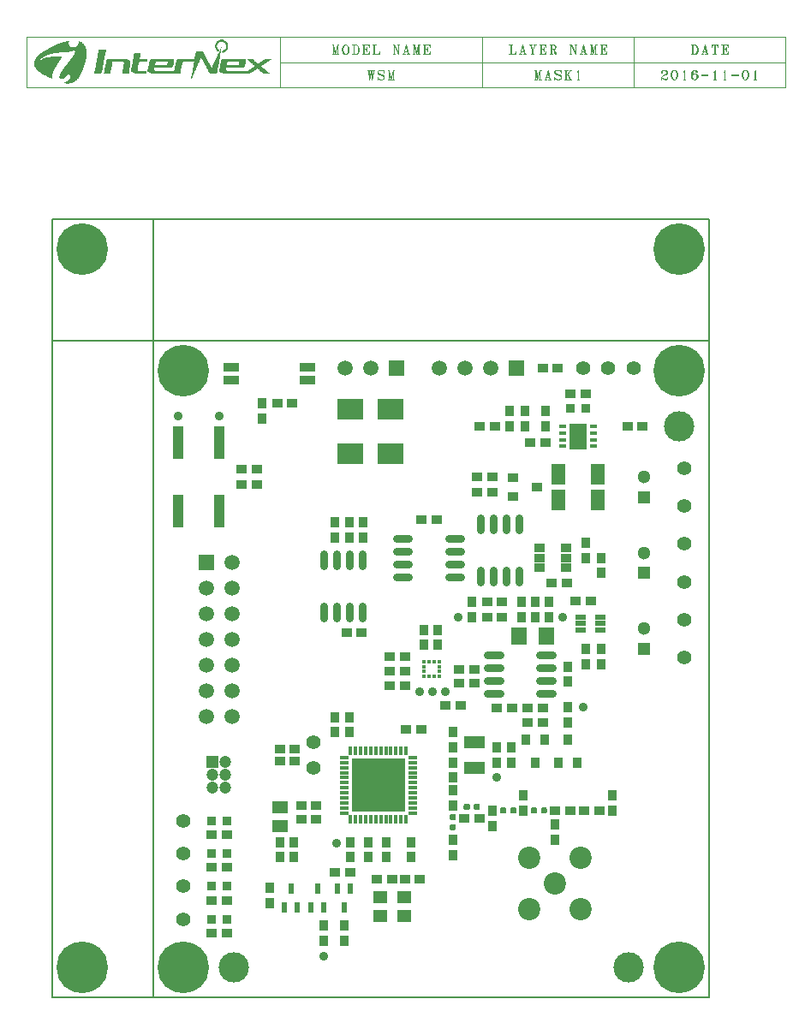
<source format=gbr>
%MOMM*%
%FSLAX33Y33*%
%ADD10C,0.200000*%
%ADD15C,0.100000*%
%ADD17C,5.100000*%
%ADD18C,1.400000*%
%ADD19R,1.000000X0.900000*%
%ADD70R,0.900000X0.900000*%
%ADD71R,1.200000X1.200000*%
%ADD20C,1.200000*%
%ADD21C,1.500000*%
%ADD22R,1.500000X1.500000*%
%ADD23R,1.100000X3.300000*%
%ADD24C,0.900000*%
%ADD25R,1.498600X0.863600*%
%ADD26R,0.900000X1.000000*%
%ADD27R,0.609600X0.990600*%
%ADD28R,1.550000X1.200000*%
%ADD29C,0.736600*%
%ADD72R,1.400000X1.150000*%
%ADD73R,0.900000X0.400000*%
%ADD125R,0.400000X0.900000*%
%ADD126R,5.350000X5.350000*%
%ADD127R,2.641600X2.108200*%
%ADD128R,2.000000X1.200000*%
%ADD129R,0.450000X0.450000*%
%ADD130C,2.200000*%
%ADD131R,0.889000X0.990600*%
%ADD132R,1.600200X1.701800*%
%ADD133R,1.117600X0.812800*%
%ADD134R,0.990600X0.889000*%
%ADD135R,1.400000X2.100000*%
%ADD136R,1.750000X2.500000*%
%ADD137R,0.700000X0.425000*%
%ADD138C,1.300000*%
%ADD139R,1.300000X1.300000*%
%ADD140R,1.092200X0.508000*%
%ADD141C,3.000000*%
G90*G71*G01*D02*G54D10*X000000Y000000D02*X065000Y000000D01*X065000Y077000D01*
X000000Y077000D01*X000000Y000000D01*X065000Y065000D02*X010000Y065000D01*
X010000Y000000D01*X010000Y065000D02*X010000Y077000D01*X010000Y065000D02*
X000000Y065000D01*D02*G54D15*X022500Y095000D02*X-002500Y095000D01*
X-002500Y090000D01*X022500Y090000D01*X022500Y092500D02*X072500Y092500D01*
X031260Y091735D02*X031377Y090826D01*X031292Y091735D02*X031377Y091038D01*
X031377Y090826D01*X031318Y091735D02*X031409Y091038D01*X031500Y091735D02*
X031409Y091038D01*X031377Y090826D01*X031500Y091735D02*X031617Y090826D01*
X031526Y091735D02*X031617Y091038D01*X031617Y090826D01*X031559Y091735D02*
X031643Y091038D01*X031734Y091705D02*X031643Y091038D01*X031617Y090826D01*
X031175Y091735D02*X031409Y091735D01*X031500Y091735D02*X031559Y091735D01*
X031643Y091735D02*X031825Y091735D01*X031201Y091735D02*X031292Y091705D01*
X031234Y091735D02*X031292Y091659D01*X031351Y091735D02*X031318Y091659D01*
X031377Y091735D02*X031318Y091705D01*X031676Y091735D02*X031734Y091705D01*
X031793Y091735D02*X031734Y091705D01*X032773Y091614D02*X032825Y091735D01*
X032825Y091477D01*X032773Y091614D01*X032682Y091705D01*X032539Y091735D01*
X032403Y091735D01*X032266Y091705D01*X032175Y091614D01*X032175Y091477D01*
X032221Y091402D01*X032357Y091311D01*X032636Y091220D01*X032728Y091174D01*
X032773Y091083D01*X032773Y090962D01*X032728Y090871D01*X032221Y091477D02*
X032266Y091402D01*X032357Y091356D01*X032636Y091265D01*X032728Y091220D01*
X032773Y091129D01*X032266Y091705D02*X032221Y091614D01*X032221Y091523D01*
X032266Y091432D01*X032357Y091402D01*X032636Y091311D01*X032773Y091220D01*
X032825Y091129D01*X032825Y091008D01*X032773Y090917D01*X032728Y090871D01*
X032591Y090826D01*X032448Y090826D01*X032312Y090871D01*X032221Y090962D01*
X032175Y091083D01*X032175Y090826D01*X032221Y090962D01*X033260Y091735D02*
X033260Y090871D01*X033260Y091735D02*X033468Y090826D01*X033292Y091735D02*
X033468Y090962D01*X033318Y091735D02*X033494Y090962D01*X033676Y091735D02*
X033468Y090826D01*X033676Y091735D02*X033676Y090826D01*X033702Y091705D02*
X033702Y090871D01*X033734Y091735D02*X033734Y090826D01*X033175Y091735D02*
X033318Y091735D01*X033676Y091735D02*X033825Y091735D01*X033175Y090826D02*
X033351Y090826D01*X033585Y090826D02*X033825Y090826D01*X033201Y091735D02*
X033260Y091705D01*X033760Y091735D02*X033734Y091659D01*X033793Y091735D02*
X033734Y091705D01*X033260Y090871D02*X033201Y090826D01*X033260Y090871D02*
X033318Y090826D01*X033676Y090871D02*X033617Y090826D01*X033676Y090917D02*
X033643Y090826D01*X033734Y090917D02*X033760Y090826D01*X033734Y090871D02*
X033793Y090826D01*X027760Y094235D02*X027760Y093371D01*X027760Y094235D02*
X027968Y093326D01*X027792Y094235D02*X027968Y093462D01*X027818Y094235D02*
X027994Y093462D01*X028176Y094235D02*X027968Y093326D01*X028176Y094235D02*
X028176Y093326D01*X028202Y094205D02*X028202Y093371D01*X028234Y094235D02*
X028234Y093326D01*X027675Y094235D02*X027818Y094235D01*X028176Y094235D02*
X028325Y094235D01*X027675Y093326D02*X027851Y093326D01*X028085Y093326D02*
X028325Y093326D01*X027701Y094235D02*X027760Y094205D01*X028260Y094235D02*
X028234Y094159D01*X028293Y094235D02*X028234Y094205D01*X027760Y093371D02*
X027701Y093326D01*X027760Y093371D02*X027818Y093326D01*X028176Y093371D02*
X028117Y093326D01*X028176Y093417D02*X028143Y093326D01*X028234Y093417D02*
X028260Y093326D01*X028234Y093371D02*X028293Y093326D01*X028955Y094235D02*
X028838Y094205D01*X028753Y094114D01*X028714Y094023D01*X028675Y093856D01*
X028675Y093720D01*X028714Y093538D01*X028753Y093462D01*X028838Y093371D01*
X028955Y093326D01*X029039Y093326D01*X029163Y093371D01*X029241Y093462D01*
X029280Y093538D01*X029325Y093720D01*X029325Y093856D01*X029280Y094023D01*
X029241Y094114D01*X029163Y094205D01*X029039Y094235D01*X028955Y094235D01*
X028792Y094114D02*X028753Y094023D01*X028714Y093902D01*X028714Y093674D01*
X028753Y093538D01*X028792Y093462D01*X029202Y093462D02*X029241Y093538D01*
X029280Y093674D01*X029280Y093902D01*X029241Y094023D01*X029202Y094114D01*
X028955Y094235D02*X028877Y094205D01*X028792Y094068D01*X028753Y093902D01*
X028753Y093674D01*X028792Y093508D01*X028877Y093371D01*X028955Y093326D01*
X029039Y093326D02*X029117Y093371D01*X029202Y093508D01*X029241Y093674D01*
X029241Y093902D01*X029202Y094068D01*X029117Y094205D01*X029039Y094235D01*
X029786Y094235D02*X029786Y093326D01*X029825Y094205D02*X029825Y093371D01*
X029864Y094235D02*X029864Y093326D01*X029675Y094235D02*X030052Y094235D01*
X030169Y094205D01*X030247Y094114D01*X030286Y094023D01*X030325Y093902D01*
X030325Y093674D01*X030286Y093538D01*X030247Y093462D01*X030169Y093371D01*
X030052Y093326D01*X029675Y093326D01*X030208Y094114D02*X030247Y094023D01*
X030286Y093902D01*X030286Y093674D01*X030247Y093538D01*X030208Y093462D01*
X030052Y094235D02*X030130Y094205D01*X030208Y094068D01*X030247Y093902D01*
X030247Y093674D01*X030208Y093508D01*X030130Y093371D01*X030052Y093326D01*
X029708Y094235D02*X029786Y094205D01*X029747Y094235D02*X029786Y094159D01*
X029903Y094235D02*X029864Y094159D01*X029942Y094235D02*X029864Y094205D01*
X029786Y093371D02*X029708Y093326D01*X029786Y093417D02*X029747Y093326D01*
X029864Y093417D02*X029903Y093326D01*X029864Y093371D02*X029942Y093326D01*
X030792Y094235D02*X030792Y093326D01*X030831Y094205D02*X030831Y093371D01*
X030877Y094235D02*X030877Y093326D01*X030675Y094235D02*X031325Y094235D01*
X031325Y093977D01*X030877Y093811D02*X031117Y093811D01*X031117Y093977D02*
X031117Y093629D01*X030675Y093326D02*X031325Y093326D01*X031325Y093583D01*
X030714Y094235D02*X030792Y094205D01*X030753Y094235D02*X030792Y094159D01*
X030916Y094235D02*X030877Y094159D01*X030955Y094235D02*X030877Y094205D01*
X031117Y094235D02*X031325Y094205D01*X031202Y094235D02*X031325Y094159D01*
X031241Y094235D02*X031325Y094114D01*X031280Y094235D02*X031325Y093977D01*
X031117Y093977D02*X031078Y093811D01*X031117Y093629D01*X031117Y093902D02*
X031039Y093811D01*X031117Y093720D01*X031117Y093856D02*X030955Y093811D01*
X031117Y093765D01*X030792Y093371D02*X030714Y093326D01*X030792Y093417D02*
X030753Y093326D01*X030877Y093417D02*X030916Y093326D01*X030877Y093371D02*
X030955Y093326D01*X031117Y093326D02*X031325Y093371D01*X031202Y093326D02*
X031325Y093417D01*X031241Y093326D02*X031325Y093462D01*X031280Y093326D02*
X031325Y093583D01*X031805Y094235D02*X031805Y093326D01*X031844Y094205D02*
X031844Y093371D01*X031890Y094235D02*X031890Y093326D01*X031675Y094235D02*
X032020Y094235D01*X031675Y093326D02*X032325Y093326D01*X032325Y093583D01*
X031714Y094235D02*X031805Y094205D01*X031760Y094235D02*X031805Y094159D01*
X031935Y094235D02*X031890Y094159D01*X031974Y094235D02*X031890Y094205D01*
X031805Y093371D02*X031714Y093326D01*X031805Y093417D02*X031760Y093326D01*
X031890Y093417D02*X031935Y093326D01*X031890Y093371D02*X031974Y093326D01*
X032104Y093326D02*X032325Y093371D01*X032188Y093326D02*X032325Y093417D01*
X032234Y093326D02*X032325Y093462D01*X032280Y093326D02*X032325Y093583D01*
X033766Y094235D02*X033766Y093371D01*X033766Y094235D02*X034221Y093326D01*
X033805Y094235D02*X034189Y093462D01*X033831Y094235D02*X034221Y093462D01*
X034221Y094205D02*X034221Y093326D01*X033675Y094235D02*X033831Y094235D01*
X034130Y094235D02*X034325Y094235D01*X033675Y093326D02*X033864Y093326D01*
X033701Y094235D02*X033766Y094205D01*X034163Y094235D02*X034221Y094205D01*
X034293Y094235D02*X034221Y094205D01*X033766Y093371D02*X033701Y093326D01*
X033766Y093371D02*X033831Y093326D01*X035000Y094235D02*X034747Y093371D01*
X034961Y094114D02*X035176Y093326D01*X035000Y094114D02*X035215Y093326D01*
X035000Y094235D02*X035247Y093326D01*X034818Y093583D02*X035143Y093583D01*
X034675Y093326D02*X034890Y093326D01*X035072Y093326D02*X035325Y093326D01*
X034747Y093371D02*X034708Y093326D01*X034747Y093371D02*X034818Y093326D01*
X035176Y093371D02*X035104Y093326D01*X035176Y093417D02*X035143Y093326D01*
X035215Y093417D02*X035286Y093326D01*X035760Y094235D02*X035760Y093371D01*
X035760Y094235D02*X035968Y093326D01*X035792Y094235D02*X035968Y093462D01*
X035818Y094235D02*X035994Y093462D01*X036176Y094235D02*X035968Y093326D01*
X036176Y094235D02*X036176Y093326D01*X036202Y094205D02*X036202Y093371D01*
X036234Y094235D02*X036234Y093326D01*X035675Y094235D02*X035818Y094235D01*
X036176Y094235D02*X036325Y094235D01*X035675Y093326D02*X035851Y093326D01*
X036085Y093326D02*X036325Y093326D01*X035701Y094235D02*X035760Y094205D01*
X036260Y094235D02*X036234Y094159D01*X036293Y094235D02*X036234Y094205D01*
X035760Y093371D02*X035701Y093326D01*X035760Y093371D02*X035818Y093326D01*
X036176Y093371D02*X036117Y093326D01*X036176Y093417D02*X036143Y093326D01*
X036234Y093417D02*X036260Y093326D01*X036234Y093371D02*X036293Y093326D01*
X036792Y094235D02*X036792Y093326D01*X036831Y094205D02*X036831Y093371D01*
X036877Y094235D02*X036877Y093326D01*X036675Y094235D02*X037325Y094235D01*
X037325Y093977D01*X036877Y093811D02*X037117Y093811D01*X037117Y093977D02*
X037117Y093629D01*X036675Y093326D02*X037325Y093326D01*X037325Y093583D01*
X036714Y094235D02*X036792Y094205D01*X036753Y094235D02*X036792Y094159D01*
X036916Y094235D02*X036877Y094159D01*X036955Y094235D02*X036877Y094205D01*
X037117Y094235D02*X037325Y094205D01*X037202Y094235D02*X037325Y094159D01*
X037241Y094235D02*X037325Y094114D01*X037280Y094235D02*X037325Y093977D01*
X037117Y093977D02*X037078Y093811D01*X037117Y093629D01*X037117Y093902D02*
X037039Y093811D01*X037117Y093720D01*X037117Y093856D02*X036955Y093811D01*
X037117Y093765D01*X036792Y093371D02*X036714Y093326D01*X036792Y093417D02*
X036753Y093326D01*X036877Y093417D02*X036916Y093326D01*X036877Y093371D02*
X036955Y093326D01*X037117Y093326D02*X037325Y093371D01*X037202Y093326D02*
X037325Y093417D01*X037241Y093326D02*X037325Y093462D01*X037280Y093326D02*
X037325Y093583D01*X045305Y094235D02*X045305Y093326D01*X045344Y094205D02*
X045344Y093371D01*X045390Y094235D02*X045390Y093326D01*X045175Y094235D02*
X045520Y094235D01*X045175Y093326D02*X045825Y093326D01*X045825Y093583D01*
X045214Y094235D02*X045305Y094205D01*X045260Y094235D02*X045305Y094159D01*
X045435Y094235D02*X045390Y094159D01*X045474Y094235D02*X045390Y094205D01*
X045305Y093371D02*X045214Y093326D01*X045305Y093417D02*X045260Y093326D01*
X045390Y093417D02*X045435Y093326D01*X045390Y093371D02*X045474Y093326D01*
X045604Y093326D02*X045825Y093371D01*X045689Y093326D02*X045825Y093417D01*
X045734Y093326D02*X045825Y093462D01*X045780Y093326D02*X045825Y093583D01*
X046500Y094235D02*X046247Y093371D01*X046461Y094114D02*X046676Y093326D01*
X046500Y094114D02*X046715Y093326D01*X046500Y094235D02*X046747Y093326D01*
X046318Y093583D02*X046643Y093583D01*X046175Y093326D02*X046390Y093326D01*
X046572Y093326D02*X046825Y093326D01*X046247Y093371D02*X046208Y093326D01*
X046247Y093371D02*X046318Y093326D01*X046676Y093371D02*X046604Y093326D01*
X046676Y093417D02*X046643Y093326D01*X046715Y093417D02*X046786Y093326D01*
X047240Y094235D02*X047461Y093765D01*X047461Y093326D01*X047273Y094235D02*
X047494Y093765D01*X047494Y093371D01*X047299Y094235D02*X047533Y093765D01*
X047533Y093326D01*X047721Y094205D02*X047533Y093765D01*X047175Y094235D02*
X047403Y094235D01*X047624Y094235D02*X047825Y094235D01*X047370Y093326D02*
X047624Y093326D01*X047208Y094235D02*X047273Y094205D01*X047370Y094235D02*
X047299Y094205D01*X047663Y094235D02*X047721Y094205D01*X047786Y094235D02*
X047721Y094205D01*X047461Y093371D02*X047403Y093326D01*X047461Y093417D02*
X047429Y093326D01*X047533Y093417D02*X047559Y093326D01*X047533Y093371D02*
X047591Y093326D01*X048292Y094235D02*X048292Y093326D01*X048331Y094205D02*
X048331Y093371D01*X048377Y094235D02*X048377Y093326D01*X048175Y094235D02*
X048825Y094235D01*X048825Y093977D01*X048377Y093811D02*X048617Y093811D01*
X048617Y093977D02*X048617Y093629D01*X048175Y093326D02*X048825Y093326D01*
X048825Y093583D01*X048214Y094235D02*X048292Y094205D01*X048253Y094235D02*
X048292Y094159D01*X048416Y094235D02*X048377Y094159D01*X048455Y094235D02*
X048377Y094205D01*X048617Y094235D02*X048825Y094205D01*X048702Y094235D02*
X048825Y094159D01*X048741Y094235D02*X048825Y094114D01*X048780Y094235D02*
X048825Y093977D01*X048617Y093977D02*X048578Y093811D01*X048617Y093629D01*
X048617Y093902D02*X048539Y093811D01*X048617Y093720D01*X048617Y093856D02*
X048455Y093811D01*X048617Y093765D01*X048292Y093371D02*X048214Y093326D01*
X048292Y093417D02*X048253Y093326D01*X048377Y093417D02*X048416Y093326D01*
X048377Y093371D02*X048455Y093326D01*X048617Y093326D02*X048825Y093371D01*
X048702Y093326D02*X048825Y093417D01*X048741Y093326D02*X048825Y093462D01*
X048780Y093326D02*X048825Y093583D01*X049279Y094235D02*X049279Y093326D01*
X049318Y094205D02*X049318Y093371D01*X049351Y094235D02*X049351Y093326D01*
X049175Y094235D02*X049604Y094235D01*X049715Y094205D01*X049747Y094159D01*
X049786Y094068D01*X049786Y093977D01*X049747Y093902D01*X049715Y093856D01*
X049604Y093811D01*X049351Y093811D01*X049715Y094159D02*X049747Y094068D01*
X049747Y093977D01*X049715Y093902D01*X049604Y094235D02*X049676Y094205D01*
X049715Y094114D01*X049715Y093932D01*X049676Y093856D01*X049604Y093811D01*
X049494Y093811D02*X049572Y093765D01*X049604Y093674D01*X049676Y093417D01*
X049715Y093326D01*X049786Y093326D01*X049825Y093417D01*X049825Y093508D01*
X049676Y093508D02*X049715Y093417D01*X049747Y093371D01*X049786Y093371D01*
X049572Y093765D02*X049604Y093720D01*X049715Y093462D01*X049747Y093417D01*
X049786Y093417D01*X049825Y093462D01*X049175Y093326D02*X049461Y093326D01*
X049208Y094235D02*X049279Y094205D01*X049247Y094235D02*X049279Y094159D01*
X049390Y094235D02*X049351Y094159D01*X049422Y094235D02*X049351Y094205D01*
X049279Y093371D02*X049208Y093326D01*X049279Y093417D02*X049247Y093326D01*
X049351Y093417D02*X049390Y093326D01*X049351Y093371D02*X049422Y093326D01*
X051266Y094235D02*X051266Y093371D01*X051266Y094235D02*X051721Y093326D01*
X051305Y094235D02*X051689Y093462D01*X051331Y094235D02*X051721Y093462D01*
X051721Y094205D02*X051721Y093326D01*X051175Y094235D02*X051331Y094235D01*
X051630Y094235D02*X051825Y094235D01*X051175Y093326D02*X051364Y093326D01*
X051201Y094235D02*X051266Y094205D01*X051663Y094235D02*X051721Y094205D01*
X051793Y094235D02*X051721Y094205D01*X051266Y093371D02*X051201Y093326D01*
X051266Y093371D02*X051331Y093326D01*X052500Y094235D02*X052247Y093371D01*
X052461Y094114D02*X052676Y093326D01*X052500Y094114D02*X052715Y093326D01*
X052500Y094235D02*X052747Y093326D01*X052318Y093583D02*X052643Y093583D01*
X052175Y093326D02*X052390Y093326D01*X052572Y093326D02*X052825Y093326D01*
X052247Y093371D02*X052208Y093326D01*X052247Y093371D02*X052318Y093326D01*
X052676Y093371D02*X052604Y093326D01*X052676Y093417D02*X052643Y093326D01*
X052715Y093417D02*X052786Y093326D01*X053260Y094235D02*X053260Y093371D01*
X053260Y094235D02*X053468Y093326D01*X053292Y094235D02*X053468Y093462D01*
X053318Y094235D02*X053494Y093462D01*X053676Y094235D02*X053468Y093326D01*
X053676Y094235D02*X053676Y093326D01*X053702Y094205D02*X053702Y093371D01*
X053734Y094235D02*X053734Y093326D01*X053175Y094235D02*X053318Y094235D01*
X053676Y094235D02*X053825Y094235D01*X053175Y093326D02*X053351Y093326D01*
X053585Y093326D02*X053825Y093326D01*X053201Y094235D02*X053260Y094205D01*
X053760Y094235D02*X053734Y094159D01*X053793Y094235D02*X053734Y094205D01*
X053260Y093371D02*X053201Y093326D01*X053260Y093371D02*X053318Y093326D01*
X053676Y093371D02*X053617Y093326D01*X053676Y093417D02*X053643Y093326D01*
X053734Y093417D02*X053760Y093326D01*X053734Y093371D02*X053793Y093326D01*
X054292Y094235D02*X054292Y093326D01*X054331Y094205D02*X054331Y093371D01*
X054377Y094235D02*X054377Y093326D01*X054175Y094235D02*X054825Y094235D01*
X054825Y093977D01*X054377Y093811D02*X054617Y093811D01*X054617Y093977D02*
X054617Y093629D01*X054175Y093326D02*X054825Y093326D01*X054825Y093583D01*
X054214Y094235D02*X054292Y094205D01*X054253Y094235D02*X054292Y094159D01*
X054416Y094235D02*X054377Y094159D01*X054455Y094235D02*X054377Y094205D01*
X054617Y094235D02*X054825Y094205D01*X054702Y094235D02*X054825Y094159D01*
X054741Y094235D02*X054825Y094114D01*X054780Y094235D02*X054825Y093977D01*
X054617Y093977D02*X054578Y093811D01*X054617Y093629D01*X054617Y093902D02*
X054539Y093811D01*X054617Y093720D01*X054617Y093856D02*X054455Y093811D01*
X054617Y093765D01*X054292Y093371D02*X054214Y093326D01*X054292Y093417D02*
X054253Y093326D01*X054377Y093417D02*X054416Y093326D01*X054377Y093371D02*
X054455Y093326D01*X054617Y093326D02*X054825Y093371D01*X054702Y093326D02*
X054825Y093417D01*X054741Y093326D02*X054825Y093462D01*X054780Y093326D02*
X054825Y093583D01*X042500Y095000D02*X042500Y090000D01*X022500Y095000D02*
X072500Y095000D01*X072500Y090000D02*X022500Y090000D01*X022500Y095000D02*
X022500Y090000D01*X072500Y095000D02*X072500Y090000D01*X057500Y095000D02*
X057500Y090000D01*X063286Y094235D02*X063286Y093326D01*X063325Y094205D02*
X063325Y093371D01*X063364Y094235D02*X063364Y093326D01*X063175Y094235D02*
X063552Y094235D01*X063669Y094205D01*X063747Y094114D01*X063786Y094023D01*
X063825Y093902D01*X063825Y093674D01*X063786Y093538D01*X063747Y093462D01*
X063669Y093371D01*X063552Y093326D01*X063175Y093326D01*X063708Y094114D02*
X063747Y094023D01*X063786Y093902D01*X063786Y093674D01*X063747Y093538D01*
X063708Y093462D01*X063552Y094235D02*X063630Y094205D01*X063708Y094068D01*
X063747Y093902D01*X063747Y093674D01*X063708Y093508D01*X063630Y093371D01*
X063552Y093326D01*X063208Y094235D02*X063286Y094205D01*X063247Y094235D02*
X063286Y094159D01*X063403Y094235D02*X063364Y094159D01*X063442Y094235D02*
X063364Y094205D01*X063286Y093371D02*X063208Y093326D01*X063286Y093417D02*
X063247Y093326D01*X063364Y093417D02*X063403Y093326D01*X063364Y093371D02*
X063442Y093326D01*X064500Y094235D02*X064247Y093371D01*X064461Y094114D02*
X064676Y093326D01*X064500Y094114D02*X064715Y093326D01*X064500Y094235D02*
X064747Y093326D01*X064318Y093583D02*X064643Y093583D01*X064175Y093326D02*
X064390Y093326D01*X064572Y093326D02*X064825Y093326D01*X064247Y093371D02*
X064207Y093326D01*X064247Y093371D02*X064318Y093326D01*X064676Y093371D02*
X064604Y093326D01*X064676Y093417D02*X064643Y093326D01*X064715Y093417D02*
X064786Y093326D01*X065175Y094235D02*X065175Y093977D01*X065454Y094235D02*
X065454Y093326D01*X065500Y094205D02*X065500Y093371D01*X065539Y094235D02*
X065539Y093326D01*X065825Y094235D02*X065825Y093977D01*X065175Y094235D02*
X065825Y094235D01*X065338Y093326D02*X065656Y093326D01*X065214Y094235D02*
X065175Y093977D01*X065253Y094235D02*X065175Y094114D01*X065292Y094235D02*
X065175Y094159D01*X065376Y094235D02*X065175Y094205D01*X065617Y094235D02*
X065825Y094205D01*X065702Y094235D02*X065825Y094159D01*X065741Y094235D02*
X065825Y094114D01*X065780Y094235D02*X065825Y093977D01*X065454Y093371D02*
X065376Y093326D01*X065454Y093417D02*X065415Y093326D01*X065539Y093417D02*
X065578Y093326D01*X065539Y093371D02*X065617Y093326D01*X066292Y094235D02*
X066292Y093326D01*X066331Y094205D02*X066331Y093371D01*X066377Y094235D02*
X066377Y093326D01*X066175Y094235D02*X066825Y094235D01*X066825Y093977D01*
X066377Y093811D02*X066617Y093811D01*X066617Y093977D02*X066617Y093629D01*
X066175Y093326D02*X066825Y093326D01*X066825Y093583D01*X066214Y094235D02*
X066292Y094205D01*X066253Y094235D02*X066292Y094159D01*X066416Y094235D02*
X066377Y094159D01*X066455Y094235D02*X066377Y094205D01*X066617Y094235D02*
X066825Y094205D01*X066702Y094235D02*X066825Y094159D01*X066741Y094235D02*
X066825Y094114D01*X066780Y094235D02*X066825Y093977D01*X066617Y093977D02*
X066578Y093811D01*X066617Y093629D01*X066617Y093902D02*X066539Y093811D01*
X066617Y093720D01*X066617Y093856D02*X066455Y093811D01*X066617Y093765D01*
X066292Y093371D02*X066214Y093326D01*X066292Y093417D02*X066253Y093326D01*
X066377Y093417D02*X066416Y093326D01*X066377Y093371D02*X066455Y093326D01*
X066617Y093326D02*X066825Y093371D01*X066702Y093326D02*X066825Y093417D01*
X066741Y093326D02*X066825Y093462D01*X066780Y093326D02*X066825Y093583D01*
X060221Y091568D02*X060221Y091523D01*X060266Y091523D01*X060266Y091568D01*
X060221Y091568D01*X060221Y091614D02*X060266Y091614D01*X060312Y091568D01*
X060312Y091523D01*X060266Y091477D01*X060221Y091477D01*X060175Y091523D01*
X060175Y091568D01*X060221Y091659D01*X060266Y091705D01*X060403Y091735D01*
X060591Y091735D01*X060728Y091705D01*X060773Y091659D01*X060825Y091568D01*
X060825Y091477D01*X060773Y091402D01*X060637Y091311D01*X060403Y091220D01*
X060312Y091174D01*X060221Y091083D01*X060175Y090962D01*X060175Y090826D01*
X060728Y091659D02*X060773Y091568D01*X060773Y091477D01*X060728Y091402D01*
X060591Y091735D02*X060682Y091705D01*X060728Y091568D01*X060728Y091477D01*
X060682Y091402D01*X060591Y091311D01*X060403Y091220D01*X060175Y090917D02*
X060221Y090962D01*X060312Y090962D01*X060539Y090917D01*X060728Y090917D01*
X060825Y090962D01*X060312Y090962D02*X060539Y090871D01*X060728Y090871D01*
X060773Y090917D01*X060312Y090962D02*X060539Y090826D01*X060728Y090826D01*
X060773Y090871D01*X060825Y090962D01*X060825Y091038D01*X061448Y091735D02*
X061312Y091705D01*X061221Y091568D01*X061175Y091356D01*X061175Y091220D01*
X061221Y091008D01*X061312Y090871D01*X061448Y090826D01*X061546Y090826D01*
X061682Y090871D01*X061773Y091008D01*X061825Y091220D01*X061825Y091356D01*
X061773Y091568D01*X061682Y091705D01*X061546Y091735D01*X061448Y091735D01*
X061312Y091659D02*X061266Y091568D01*X061221Y091402D01*X061221Y091174D01*
X061266Y091008D01*X061312Y090917D01*X061682Y090917D02*X061728Y091008D01*
X061773Y091174D01*X061773Y091402D01*X061728Y091568D01*X061682Y091659D01*
X061448Y091735D02*X061357Y091705D01*X061312Y091614D01*X061266Y091402D01*
X061266Y091174D01*X061312Y090962D01*X061357Y090871D01*X061448Y090826D01*
X061546Y090826D02*X061637Y090871D01*X061682Y090962D01*X061728Y091174D01*
X061728Y091402D01*X061682Y091614D01*X061637Y091705D01*X061546Y091735D01*
X062468Y091659D02*X062468Y090826D01*X062494Y091659D02*X062494Y090871D01*
X062513Y091735D02*X062513Y090826D01*X062513Y091735D02*X062448Y091614D01*
X062409Y091568D01*X062390Y090826D02*X062598Y090826D01*X062468Y090871D02*
X062429Y090826D01*X062468Y090917D02*X062448Y090826D01*X062513Y090917D02*
X062533Y090826D01*X062513Y090871D02*X062552Y090826D01*X063682Y091614D02*
X063682Y091568D01*X063728Y091568D01*X063728Y091614D01*X063682Y091614D01*
X063728Y091659D02*X063682Y091659D01*X063637Y091614D01*X063637Y091568D01*
X063682Y091523D01*X063728Y091523D01*X063773Y091568D01*X063773Y091614D01*
X063728Y091705D01*X063637Y091735D01*X063500Y091735D01*X063357Y091705D01*
X063266Y091614D01*X063221Y091523D01*X063175Y091356D01*X063175Y091083D01*
X063221Y090962D01*X063312Y090871D01*X063448Y090826D01*X063546Y090826D01*
X063682Y090871D01*X063773Y090962D01*X063825Y091083D01*X063825Y091129D01*
X063773Y091265D01*X063682Y091356D01*X063546Y091402D01*X063448Y091402D01*
X063357Y091356D01*X063312Y091311D01*X063266Y091220D01*X063312Y091614D02*
X063266Y091523D01*X063221Y091356D01*X063221Y091083D01*X063266Y090962D01*
X063312Y090917D01*X063728Y090962D02*X063773Y091038D01*X063773Y091174D01*
X063728Y091265D01*X063500Y091735D02*X063403Y091705D01*X063357Y091659D01*
X063312Y091568D01*X063266Y091402D01*X063266Y091083D01*X063312Y090962D01*
X063357Y090871D01*X063448Y090826D01*X063546Y090826D02*X063637Y090871D01*
X063682Y090917D01*X063728Y091038D01*X063728Y091174D01*X063682Y091311D01*
X063637Y091356D01*X063546Y091402D01*X064175Y091265D02*X064825Y091265D01*
X064825Y091220D01*X064175Y091265D02*X064175Y091220D01*X064825Y091220D01*
X065468Y091659D02*X065468Y090826D01*X065494Y091659D02*X065494Y090871D01*
X065513Y091735D02*X065513Y090826D01*X065513Y091735D02*X065448Y091614D01*
X065409Y091568D01*X065390Y090826D02*X065598Y090826D01*X065468Y090871D02*
X065429Y090826D01*X065468Y090917D02*X065448Y090826D01*X065513Y090917D02*
X065533Y090826D01*X065513Y090871D02*X065552Y090826D01*X066468Y091659D02*
X066468Y090826D01*X066494Y091659D02*X066494Y090871D01*X066513Y091735D02*
X066513Y090826D01*X066513Y091735D02*X066448Y091614D01*X066409Y091568D01*
X066390Y090826D02*X066598Y090826D01*X066468Y090871D02*X066429Y090826D01*
X066468Y090917D02*X066448Y090826D01*X066513Y090917D02*X066533Y090826D01*
X066513Y090871D02*X066552Y090826D01*X067175Y091265D02*X067825Y091265D01*
X067825Y091220D01*X067175Y091265D02*X067175Y091220D01*X067825Y091220D01*
X068448Y091735D02*X068312Y091705D01*X068221Y091568D01*X068175Y091356D01*
X068175Y091220D01*X068221Y091008D01*X068312Y090871D01*X068448Y090826D01*
X068546Y090826D01*X068682Y090871D01*X068773Y091008D01*X068825Y091220D01*
X068825Y091356D01*X068773Y091568D01*X068682Y091705D01*X068546Y091735D01*
X068448Y091735D01*X068312Y091659D02*X068266Y091568D01*X068221Y091402D01*
X068221Y091174D01*X068266Y091008D01*X068312Y090917D01*X068682Y090917D02*
X068728Y091008D01*X068773Y091174D01*X068773Y091402D01*X068728Y091568D01*
X068682Y091659D01*X068448Y091735D02*X068357Y091705D01*X068312Y091614D01*
X068266Y091402D01*X068266Y091174D01*X068312Y090962D01*X068357Y090871D01*
X068448Y090826D01*X068546Y090826D02*X068637Y090871D01*X068682Y090962D01*
X068728Y091174D01*X068728Y091402D01*X068682Y091614D01*X068637Y091705D01*
X068546Y091735D01*X069468Y091659D02*X069468Y090826D01*X069494Y091659D02*
X069494Y090871D01*X069513Y091735D02*X069513Y090826D01*X069513Y091735D02*
X069448Y091614D01*X069409Y091568D01*X069390Y090826D02*X069598Y090826D01*
X069468Y090871D02*X069429Y090826D01*X069468Y090917D02*X069448Y090826D01*
X069513Y090917D02*X069533Y090826D01*X069513Y090871D02*X069552Y090826D01*
X047760Y091735D02*X047760Y090871D01*X047760Y091735D02*X047968Y090826D01*
X047792Y091735D02*X047968Y090962D01*X047818Y091735D02*X047994Y090962D01*
X048176Y091735D02*X047968Y090826D01*X048176Y091735D02*X048176Y090826D01*
X048202Y091705D02*X048202Y090871D01*X048234Y091735D02*X048234Y090826D01*
X047675Y091735D02*X047818Y091735D01*X048176Y091735D02*X048325Y091735D01*
X047675Y090826D02*X047851Y090826D01*X048085Y090826D02*X048325Y090826D01*
X047701Y091735D02*X047760Y091705D01*X048260Y091735D02*X048234Y091659D01*
X048293Y091735D02*X048234Y091705D01*X047760Y090871D02*X047701Y090826D01*
X047760Y090871D02*X047818Y090826D01*X048176Y090871D02*X048117Y090826D01*
X048176Y090917D02*X048143Y090826D01*X048234Y090917D02*X048260Y090826D01*
X048234Y090871D02*X048293Y090826D01*X049000Y091735D02*X048747Y090871D01*
X048961Y091614D02*X049176Y090826D01*X049000Y091614D02*X049215Y090826D01*
X049000Y091735D02*X049247Y090826D01*X048818Y091083D02*X049143Y091083D01*
X048675Y090826D02*X048890Y090826D01*X049072Y090826D02*X049325Y090826D01*
X048747Y090871D02*X048708Y090826D01*X048747Y090871D02*X048818Y090826D01*
X049176Y090871D02*X049104Y090826D01*X049176Y090917D02*X049143Y090826D01*
X049215Y090917D02*X049286Y090826D01*X050273Y091614D02*X050325Y091735D01*
X050325Y091477D01*X050273Y091614D01*X050182Y091705D01*X050039Y091735D01*
X049903Y091735D01*X049766Y091705D01*X049675Y091614D01*X049675Y091477D01*
X049721Y091402D01*X049857Y091311D01*X050137Y091220D01*X050228Y091174D01*
X050273Y091083D01*X050273Y090962D01*X050228Y090871D01*X049721Y091477D02*
X049766Y091402D01*X049857Y091356D01*X050137Y091265D01*X050228Y091220D01*
X050273Y091129D01*X049766Y091705D02*X049721Y091614D01*X049721Y091523D01*
X049766Y091432D01*X049857Y091402D01*X050137Y091311D01*X050273Y091220D01*
X050325Y091129D01*X050325Y091008D01*X050273Y090917D01*X050228Y090871D01*
X050091Y090826D01*X049948Y090826D01*X049812Y090871D01*X049721Y090962D01*
X049675Y091083D01*X049675Y090826D01*X049721Y090962D01*X050773Y091735D02*
X050773Y090826D01*X050812Y091705D02*X050812Y090871D01*X050844Y091735D02*
X050844Y090826D01*X051221Y091705D02*X050844Y091220D01*X050948Y091311D02*
X051182Y090826D01*X050981Y091311D02*X051221Y090826D01*X050981Y091402D02*
X051254Y090826D01*X050675Y091735D02*X050948Y091735D01*X051117Y091735D02*
X051325Y091735D01*X050675Y090826D02*X050948Y090826D01*X051085Y090826D02*
X051325Y090826D01*X050708Y091735D02*X050773Y091705D01*X050740Y091735D02*
X050773Y091659D01*X050877Y091735D02*X050844Y091659D01*X050909Y091735D02*
X050844Y091705D01*X051182Y091735D02*X051221Y091705D01*X051286Y091735D02*
X051221Y091705D01*X050773Y090871D02*X050708Y090826D01*X050773Y090917D02*
X050740Y090826D01*X050844Y090917D02*X050877Y090826D01*X050844Y090871D02*
X050909Y090826D01*X051182Y090917D02*X051117Y090826D01*X051182Y090917D02*
X051286Y090826D01*X051968Y091659D02*X051968Y090826D01*X051994Y091659D02*
X051994Y090871D01*X052013Y091735D02*X052013Y090826D01*X052013Y091735D02*
X051948Y091614D01*X051909Y091568D01*X051890Y090826D02*X052098Y090826D01*
X051968Y090871D02*X051929Y090826D01*X051968Y090917D02*X051948Y090826D01*
X052013Y090917D02*X052033Y090826D01*X052013Y090871D02*X052052Y090826D01*
X000000Y000000D02*D02*G54D17*X003000Y003000D03*X013000Y003000D03*
X062000Y003000D03*X013000Y062000D03*X062000Y062000D03*X003000Y074000D03*
X062000Y074000D03*D02*G54D18*X013000Y007750D03*X013000Y011000D03*
X013000Y017500D03*X013000Y014250D03*X025875Y022750D03*X025875Y025250D03*
X062500Y033625D03*X062500Y037375D03*X062500Y041125D03*X062500Y044875D03*
X062500Y048625D03*X062500Y052375D03*X057500Y062250D03*X055000Y062250D03*
X052500Y062250D03*D02*G54D19*X015750Y006375D03*X017250Y006375D03*
X015750Y012875D03*X017250Y012875D03*X015750Y009625D03*X017250Y009625D03*
X034875Y011750D03*X033625Y011750D03*X032125Y011750D03*X028000Y012375D03*
X029500Y012375D03*X036375Y011750D03*X015750Y016125D03*X017250Y016125D03*
X026125Y019000D03*X024625Y019000D03*X026125Y017625D03*X024625Y017625D03*
X042250Y017750D03*X040750Y017750D03*X051250Y018500D03*X049750Y018500D03*
X054125Y018500D03*X052625Y018500D03*X024000Y024625D03*X022500Y024625D03*
X024000Y023375D03*X022500Y023375D03*X035000Y026500D03*X036500Y026500D03*
X040375Y028875D03*X038875Y028875D03*X048500Y027250D03*X047000Y027250D03*
X048500Y028625D03*X047000Y028625D03*X044000Y028625D03*X045500Y028625D03*
X034875Y033750D03*X033375Y033750D03*X034875Y032250D03*X033375Y032250D03*
X029125Y036125D03*X030625Y036125D03*X034875Y030875D03*X033375Y030875D03*
X040250Y032500D03*X041750Y032500D03*X041750Y031125D03*X040250Y031125D03*
X043000Y039125D03*X043000Y037625D03*X051750Y039250D03*X044500Y039125D03*
X049375Y041000D03*X050875Y041000D03*X044500Y037625D03*X053250Y039250D03*
X038000Y047250D03*X036500Y047250D03*X018750Y050750D03*X018750Y052250D03*
X020250Y050750D03*X020250Y052250D03*X042000Y051500D03*X043500Y051500D03*
X042000Y050000D03*X043500Y050000D03*X022250Y058750D03*X023750Y058750D03*
X042250Y056500D03*X043750Y056500D03*X047250Y054875D03*X048750Y054875D03*
X058375Y056500D03*X056875Y056500D03*X048500Y062250D03*X050000Y062250D03*
X051250Y059750D03*X052750Y059750D03*D02*G54D70*X015750Y011000D03*
X017250Y011000D03*X015750Y007750D03*X017250Y007750D03*X015750Y017500D03*
X017250Y017500D03*X015750Y014250D03*X017250Y014250D03*X051250Y058250D03*
X052750Y058250D03*D02*G54D71*X015865Y023290D03*D02*G54D20*X017135Y023290D03*
X017135Y022020D03*X015865Y022020D03*X017135Y020750D03*X015865Y020750D03*D02*
G54D21*X015250Y030300D03*X015250Y027760D03*X017790Y030300D03*X017790Y027760D03*
X015250Y035380D03*X015250Y032840D03*X017790Y035380D03*X017790Y032840D03*
X015250Y040460D03*X015250Y037920D03*X017790Y040460D03*X017790Y037920D03*
X017790Y043000D03*X028960Y062250D03*X031500Y062250D03*X040790Y062250D03*
X043330Y062250D03*X038250Y062250D03*D02*G54D22*X015250Y043000D03*
X034040Y062250D03*X045870Y062250D03*D02*G54D23*X012500Y048100D03*
X016500Y048100D03*X012500Y054900D03*X016500Y054900D03*D02*G54D24*
X026875Y004125D03*X028125Y015250D03*X044000Y021750D03*X037625Y030250D03*
X036375Y030250D03*X038875Y030250D03*X052500Y028750D03*X040125Y037625D03*
X050500Y037625D03*X016500Y057500D03*X012500Y057500D03*D02*G54D25*
X017725Y061115D03*X017725Y062385D03*X025275Y061115D03*X025275Y062385D03*D02*
G54D26*X026875Y005625D03*X026875Y007125D03*X028875Y007125D03*X028875Y005625D03*
X021500Y010875D03*X021500Y009375D03*X023875Y015375D03*X023875Y013875D03*
X022500Y015375D03*X022500Y013875D03*X031250Y015375D03*X031250Y013875D03*
X033000Y015375D03*X033000Y013875D03*X029500Y015375D03*X029500Y013875D03*
X035500Y015375D03*X035500Y013875D03*X043500Y018500D03*X043500Y017000D03*
X039625Y014125D03*X039625Y015625D03*X039625Y019000D03*X049750Y015625D03*
X049750Y017125D03*X046625Y018500D03*X055375Y018500D03*X039625Y020500D03*
X039625Y021750D03*X039625Y023250D03*X039625Y024750D03*X046625Y020000D03*
X045375Y023250D03*X045375Y024750D03*X044000Y024750D03*X044000Y023250D03*
X055375Y020000D03*X029375Y026250D03*X029375Y027750D03*X028000Y027750D03*
X028000Y026250D03*X039625Y026250D03*X051000Y028750D03*X051000Y027250D03*
X036750Y034875D03*X038125Y034875D03*X051000Y031250D03*X051000Y032750D03*
X054250Y034500D03*X054250Y033000D03*X052750Y033000D03*X052750Y034500D03*
X036750Y036375D03*X041500Y037625D03*X041500Y039125D03*X038125Y036375D03*
X046375Y039125D03*X046375Y037625D03*X049125Y039125D03*X049125Y037625D03*
X047750Y037625D03*X047750Y039125D03*X054250Y042000D03*X030750Y047000D03*
X030750Y045500D03*X029375Y047000D03*X029375Y045500D03*X028000Y047000D03*
X028000Y045500D03*X052750Y045000D03*X052750Y043500D03*X054250Y043500D03*
X020750Y058750D03*X020750Y057250D03*X048750Y058000D03*X048750Y056500D03*
X046750Y058000D03*X046750Y056500D03*X045250Y058000D03*X045250Y056500D03*D02*
G54D27*X022975Y008925D03*X024275Y008925D03*X023625Y010825D03*X025600Y008925D03*
X026900Y008925D03*X026250Y010825D03*X029525Y010825D03*X028225Y010825D03*
X028875Y008925D03*D02*G54D28*X022500Y016950D03*X022500Y018800D03*D02*G54D29*
X043071Y030095D02*X044264Y030095D01*X048236Y030095D02*X049429Y030095D01*
X043071Y031365D02*X044264Y031365D01*X043071Y032635D02*X044264Y032635D01*
X043071Y033905D02*X044264Y033905D01*X048236Y033905D02*X049429Y033905D01*
X048236Y032635D02*X049429Y032635D01*X048236Y031365D02*X049429Y031365D01*
X026845Y038764D02*X026845Y037571D01*X034071Y041595D02*X035264Y041595D01*
X030655Y038764D02*X030655Y037571D01*X029385Y038764D02*X029385Y037571D01*
X028115Y038764D02*X028115Y037571D01*X039236Y041595D02*X040429Y041595D01*
X043615Y042264D02*X043615Y041071D01*X042345Y042264D02*X042345Y041071D01*
X046155Y042264D02*X046155Y041071D01*X044885Y042264D02*X044885Y041071D01*
X026845Y043929D02*X026845Y042736D01*X034071Y042865D02*X035264Y042865D01*
X034071Y044135D02*X035264Y044135D01*X034071Y045405D02*X035264Y045405D01*
X028115Y043929D02*X028115Y042736D01*X029385Y043929D02*X029385Y042736D01*
X030655Y043929D02*X030655Y042736D01*X039236Y045405D02*X040429Y045405D01*
X039236Y044135D02*X040429Y044135D01*X039236Y042865D02*X040429Y042865D01*
X042345Y047429D02*X042345Y046236D01*X043615Y047429D02*X043615Y046236D01*
X044885Y047429D02*X044885Y046236D01*X046155Y047429D02*X046155Y046236D01*D02*
G54D72*X034775Y009925D03*X032475Y009925D03*X032475Y008075D03*X034775Y008075D03*
D02*G54D73*X028850Y018750D03*X028850Y018250D03*X035650Y018250D03*
X035650Y018750D03*X028850Y023750D03*X028850Y023250D03*X028850Y022750D03*
X028850Y022250D03*X028850Y021750D03*X028850Y021250D03*X028850Y020750D03*
X028850Y020250D03*X028850Y019750D03*X028850Y019250D03*X035650Y019250D03*
X035650Y019750D03*X035650Y020250D03*X035650Y020750D03*X035650Y021250D03*
X035650Y021750D03*X035650Y022250D03*X035650Y022750D03*X035650Y023250D03*
X035650Y023750D03*D02*G54D125*X029500Y017600D03*X030000Y017600D03*
X030500Y017600D03*X031000Y017600D03*X031500Y017600D03*X032000Y017600D03*
X032500Y017600D03*X033000Y017600D03*X033500Y017600D03*X034000Y017600D03*
X034500Y017600D03*X035000Y017600D03*X035000Y024400D03*X034500Y024400D03*
X034000Y024400D03*X033500Y024400D03*X033000Y024400D03*X032500Y024400D03*
X032000Y024400D03*X031500Y024400D03*X031000Y024400D03*X030500Y024400D03*
X030000Y024400D03*X029500Y024400D03*D02*G54D126*X032250Y021000D03*D02*G54D127*
X029500Y053826D03*X033500Y053826D03*X029500Y058174D03*X033500Y058174D03*D02*
G54D128*X041750Y022750D03*X041750Y025250D03*D02*G54D129*X038250Y033250D03*
X037750Y033250D03*X037250Y033250D03*X036750Y033250D03*X036750Y032750D03*
X036750Y032250D03*X036750Y031750D03*X037250Y031750D03*X037750Y031750D03*
X038250Y031750D03*X038250Y032250D03*X038250Y032750D03*D02*G54D130*
X049750Y011250D03*X047210Y013790D03*X052290Y013790D03*X052290Y008710D03*
X047210Y008710D03*D02*G54D131*X047750Y023200D03*X050050Y023200D03*
X051950Y023200D03*X048700Y025550D03*X046800Y025550D03*X051000Y025550D03*D02*
G54D132*X048850Y035750D03*X046150Y035750D03*D02*G54D133*X050795Y043500D03*
X050795Y042550D03*X048205Y042550D03*X048205Y043500D03*X048205Y044450D03*
X050795Y044450D03*D02*G54D134*X045575Y051450D03*X047925Y050500D03*
X045575Y049550D03*D02*G54D135*X050050Y049250D03*X050050Y051750D03*
X053950Y049250D03*X053950Y051750D03*D02*G54D136*X052000Y055500D03*D02*G54D137*
X050500Y056475D03*X050500Y055825D03*X050500Y055175D03*X050500Y054525D03*
X053500Y054525D03*X053500Y055175D03*X053500Y055825D03*X053500Y056475D03*D02*
G54D138*X058500Y036500D03*X058500Y044000D03*X058500Y051500D03*D02*G54D139*
X058500Y034500D03*X058500Y042000D03*X058500Y049500D03*D02*G54D140*
X052300Y037650D03*X052300Y037000D03*X052300Y036350D03*X054200Y036350D03*
X054200Y037000D03*X054200Y037650D03*D02*G54D141*X062000Y056500D03*
X057000Y003000D03*X018000Y003000D03*X062000Y056500D03*X057000Y003000D03*
X018000Y003000D03*
G36*X039325Y016725D02*X039328Y016696D01*X039336Y016668D01*X039350Y016642D01*
X039369Y016619D01*X039392Y016600D01*X039418Y016586D01*X039446Y016578D01*
X039475Y016575D01*X039775Y016575D01*X039804Y016578D01*X039832Y016586D01*
X039858Y016600D01*X039881Y016619D01*X039900Y016642D01*X039914Y016668D01*
X039922Y016696D01*X039925Y016725D01*X039925Y017025D01*X039922Y017054D01*
X039914Y017082D01*X039900Y017108D01*X039881Y017131D01*X039858Y017150D01*
X039832Y017164D01*X039804Y017172D01*X039775Y017175D01*X039475Y017175D01*
X039446Y017172D01*X039418Y017164D01*X039392Y017150D01*X039369Y017131D01*
X039350Y017108D01*X039336Y017082D01*X039328Y017054D01*X039325Y017025D01*
X039325Y016725D01*G37*G36*X039325Y017725D02*X039328Y017696D01*X039336Y017668D01*
X039350Y017642D01*X039369Y017619D01*X039392Y017600D01*X039418Y017586D01*
X039446Y017578D01*X039475Y017575D01*X039775Y017575D01*X039804Y017578D01*
X039832Y017586D01*X039858Y017600D01*X039881Y017619D01*X039900Y017642D01*
X039914Y017668D01*X039922Y017696D01*X039925Y017725D01*X039925Y018025D01*
X039922Y018054D01*X039914Y018082D01*X039900Y018108D01*X039881Y018131D01*
X039858Y018150D01*X039832Y018164D01*X039804Y018172D01*X039775Y018175D01*
X039475Y018175D01*X039446Y018172D01*X039418Y018164D01*X039392Y018150D01*
X039369Y018131D01*X039350Y018108D01*X039336Y018082D01*X039328Y018054D01*
X039325Y018025D01*X039325Y017725D01*G37*G36*X041700Y018725D02*X041703Y018696D01*
X041711Y018668D01*X041725Y018642D01*X041744Y018619D01*X041767Y018600D01*
X041793Y018586D01*X041821Y018578D01*X041850Y018575D01*X042150Y018575D01*
X042179Y018578D01*X042207Y018586D01*X042233Y018600D01*X042256Y018619D01*
X042275Y018642D01*X042289Y018668D01*X042297Y018696D01*X042300Y018725D01*
X042300Y019025D01*X042297Y019054D01*X042289Y019082D01*X042275Y019108D01*
X042256Y019131D01*X042233Y019150D01*X042207Y019164D01*X042179Y019172D01*
X042150Y019175D01*X041850Y019175D01*X041821Y019172D01*X041793Y019164D01*
X041767Y019150D01*X041744Y019131D01*X041725Y019108D01*X041711Y019082D01*
X041703Y019054D01*X041700Y019025D01*X041700Y018725D01*G37*G36*X040700Y018725D02*
X040703Y018696D01*X040711Y018668D01*X040725Y018642D01*X040744Y018619D01*
X040767Y018600D01*X040793Y018586D01*X040821Y018578D01*X040850Y018575D01*
X041150Y018575D01*X041179Y018578D01*X041207Y018586D01*X041233Y018600D01*
X041256Y018619D01*X041275Y018642D01*X041289Y018668D01*X041297Y018696D01*
X041300Y018725D01*X041300Y019025D01*X041297Y019054D01*X041289Y019082D01*
X041275Y019108D01*X041256Y019131D01*X041233Y019150D01*X041207Y019164D01*
X041179Y019172D01*X041150Y019175D01*X040850Y019175D01*X040821Y019172D01*
X040793Y019164D01*X040767Y019150D01*X040744Y019131D01*X040725Y019108D01*
X040711Y019082D01*X040703Y019054D01*X040700Y019025D01*X040700Y018725D01*G37*G36*
X045325Y018350D02*X045328Y018321D01*X045336Y018293D01*X045350Y018267D01*
X045369Y018244D01*X045392Y018225D01*X045418Y018211D01*X045446Y018203D01*
X045475Y018200D01*X045775Y018200D01*X045804Y018203D01*X045832Y018211D01*
X045858Y018225D01*X045881Y018244D01*X045900Y018267D01*X045914Y018293D01*
X045922Y018321D01*X045925Y018350D01*X045925Y018650D01*X045922Y018679D01*
X045914Y018707D01*X045900Y018733D01*X045881Y018756D01*X045858Y018775D01*
X045832Y018789D01*X045804Y018797D01*X045775Y018800D01*X045475Y018800D01*
X045446Y018797D01*X045418Y018789D01*X045392Y018775D01*X045369Y018756D01*
X045350Y018733D01*X045336Y018707D01*X045328Y018679D01*X045325Y018650D01*
X045325Y018350D01*G37*G36*X044325Y018350D02*X044328Y018321D01*X044336Y018293D01*
X044350Y018267D01*X044369Y018244D01*X044392Y018225D01*X044418Y018211D01*
X044446Y018203D01*X044475Y018200D01*X044775Y018200D01*X044804Y018203D01*
X044832Y018211D01*X044858Y018225D01*X044881Y018244D01*X044900Y018267D01*
X044914Y018293D01*X044922Y018321D01*X044925Y018350D01*X044925Y018650D01*
X044922Y018679D01*X044914Y018707D01*X044900Y018733D01*X044881Y018756D01*
X044858Y018775D01*X044832Y018789D01*X044804Y018797D01*X044775Y018800D01*
X044475Y018800D01*X044446Y018797D01*X044418Y018789D01*X044392Y018775D01*
X044369Y018756D01*X044350Y018733D01*X044336Y018707D01*X044328Y018679D01*
X044325Y018650D01*X044325Y018350D01*G37*G36*X048325Y018350D02*X048328Y018321D01*
X048336Y018293D01*X048350Y018267D01*X048369Y018244D01*X048392Y018225D01*
X048418Y018211D01*X048446Y018203D01*X048475Y018200D01*X048775Y018200D01*
X048804Y018203D01*X048832Y018211D01*X048858Y018225D01*X048881Y018244D01*
X048900Y018267D01*X048914Y018293D01*X048922Y018321D01*X048925Y018350D01*
X048925Y018650D01*X048922Y018679D01*X048914Y018707D01*X048900Y018733D01*
X048881Y018756D01*X048858Y018775D01*X048832Y018789D01*X048804Y018797D01*
X048775Y018800D01*X048475Y018800D01*X048446Y018797D01*X048418Y018789D01*
X048392Y018775D01*X048369Y018756D01*X048350Y018733D01*X048336Y018707D01*
X048328Y018679D01*X048325Y018650D01*X048325Y018350D01*G37*G36*X047325Y018350D02*
X047328Y018321D01*X047336Y018293D01*X047350Y018267D01*X047369Y018244D01*
X047392Y018225D01*X047418Y018211D01*X047446Y018203D01*X047475Y018200D01*
X047775Y018200D01*X047804Y018203D01*X047832Y018211D01*X047858Y018225D01*
X047881Y018244D01*X047900Y018267D01*X047914Y018293D01*X047922Y018321D01*
X047925Y018350D01*X047925Y018650D01*X047922Y018679D01*X047914Y018707D01*
X047900Y018733D01*X047881Y018756D01*X047858Y018775D01*X047832Y018789D01*
X047804Y018797D01*X047775Y018800D01*X047475Y018800D01*X047446Y018797D01*
X047418Y018789D01*X047392Y018775D01*X047369Y018756D01*X047350Y018733D01*
X047336Y018707D01*X047328Y018679D01*X047325Y018650D01*X047325Y018350D01*G37*G36*
X016520Y091620D02*X016520Y091743D01*X016551Y091743D01*X016551Y091928D01*
X016581Y091928D01*X016581Y091959D01*X017199Y091959D01*X017199Y091867D01*
X017199Y091805D01*X017168Y091805D01*X017168Y091743D01*X017199Y091743D01*
X017199Y091712D01*X017260Y091712D01*X017260Y091681D01*X017353Y091681D01*
X017353Y091650D01*X019945Y091650D01*X019945Y091620D01*X019884Y091620D01*
X019884Y091589D01*X019853Y091589D01*X019853Y091558D01*X019791Y091558D01*
X019791Y091527D01*X019760Y091527D01*X019760Y091496D01*X019698Y091496D01*
X019698Y091465D01*X019668Y091465D01*X019668Y091434D01*X019606Y091434D01*
X019606Y091404D01*X019575Y091404D01*X019575Y091373D01*X017044Y091373D01*
X017044Y091404D01*X016828Y091404D01*X016828Y091434D01*X016736Y091434D01*
X016736Y091465D01*X016643Y091465D01*X016643Y091496D01*X016612Y091496D01*
X016612Y091527D01*X016581Y091527D01*X016581Y091558D01*X016551Y091558D01*
X016551Y091620D01*X016520Y091620D01*G37*G36*X016581Y091959D02*X016581Y092083D01*
X016612Y092083D01*X016612Y092237D01*X016643Y092237D01*X016643Y092391D01*
X016674Y092391D01*X016674Y092545D01*X016705Y092545D01*X016705Y092669D01*
X016736Y092669D01*X016736Y092731D01*X016767Y092731D01*X016767Y092761D01*
X016797Y092761D01*X016797Y092792D01*X016859Y092792D01*X016859Y092823D01*
X016983Y092823D01*X016983Y092854D01*X018989Y092854D01*X018989Y092823D01*
X019050Y092823D01*X019050Y092792D01*X019112Y092792D01*X019112Y092731D01*
X019143Y092731D01*X019143Y092515D01*X019112Y092515D01*X019112Y092299D01*
X019081Y092299D01*X019081Y092268D01*X018464Y092268D01*X018464Y092360D01*
X018495Y092360D01*X018495Y092545D01*X018464Y092545D01*X018464Y092576D01*
X017446Y092576D01*X017446Y092545D01*X017384Y092545D01*X017384Y092515D01*
X017353Y092515D01*X017353Y092484D01*X017322Y092484D01*X017322Y092453D01*
X017291Y092453D01*X017291Y092360D01*X017260Y092360D01*X017260Y092268D01*
X019081Y092268D01*X019081Y092206D01*X019081Y092144D01*X019050Y092144D01*
X019050Y092083D01*X019019Y092083D01*X019019Y092052D01*X018989Y092052D01*
X018989Y092021D01*X018927Y092021D01*X018927Y091990D01*X018803Y091990D01*
X018803Y091959D01*X016581Y091959D01*
G37*G36*X-001750Y092164D02*
X-001719Y092164D01*X-001719Y092071D01*X-001689Y092071D01*X-001689Y092009D01*
X-001658Y092009D01*X-001658Y091948D01*X-001627Y091948D01*X-001627Y091886D01*
X-001596Y091886D01*X-001596Y091855D01*X-001565Y091855D01*X-001565Y091793D01*
X-001534Y091793D01*X-001534Y091762D01*X-001503Y091762D01*X-001503Y091732D01*
X-001473Y091732D01*X-001473Y091701D01*X-001442Y091701D01*X-001442Y091670D01*
X-001411Y091670D01*X-001411Y091639D01*X-001380Y091639D01*X-001380Y091608D01*
X-001318Y091608D01*X-001318Y091577D01*X-001287Y091577D01*X-001287Y091546D01*
X-001257Y091546D01*X-001257Y091515D01*X-001195Y091515D01*X-001195Y091485D01*
X-001164Y091485D01*X-001164Y091454D01*X-001102Y091454D01*X-001102Y091423D01*
X-001071Y091423D01*X-001071Y091392D01*X-001010Y091392D01*X-001010Y091361D01*
X-000979Y091361D01*X-000979Y091330D01*X-000917Y091330D01*X-000917Y091299D01*
X-000856Y091299D01*X-000856Y091269D01*X-000793Y091269D01*X-000793Y091238D01*
X-000732Y091238D01*X-000732Y091207D01*X-000670Y091207D01*X-000670Y091176D01*
X-000609Y091176D01*X-000609Y091145D01*X-000547Y091145D01*X-000547Y091114D01*
X-000485Y091114D01*X-000485Y091083D01*X-000423Y091083D01*X-000423Y091053D01*
X-000331Y091053D01*X-000331Y091021D01*X-000300Y091021D01*X-000300Y090991D01*
X-000207Y090991D01*X-000207Y090960D01*X-000145Y090960D01*X-000145Y090929D01*
X-000084Y090929D01*X-000084Y090898D01*X-000022Y090898D01*X-000022Y090867D01*
X000041Y090867D01*X000041Y090929D01*X000010Y090929D01*X000010Y091270D01*
X000041Y091270D01*X000041Y091391D01*X000071Y091391D01*X000071Y091485D01*
X000102Y091485D01*X000102Y091578D01*X000133Y091578D01*X000133Y091639D01*
X000165Y091639D01*X000165Y091731D01*X000195Y091731D01*X000195Y091793D01*
X000225Y091793D01*X000225Y091824D01*X000257Y091824D01*X000257Y091886D01*
X000287Y091886D01*X000287Y091948D01*X000318Y091948D01*X000318Y092009D01*
X000349Y092009D01*X000349Y092071D01*X000381Y092071D01*X000381Y092102D01*
X000410Y092102D01*X000410Y092164D01*X000440Y092164D01*X000440Y092195D01*
X000473Y092195D01*X000473Y092256D01*X000503Y092256D01*X000503Y092287D01*
X000534Y092287D01*X000534Y092349D01*X000565Y092349D01*X000565Y092380D01*
X000596Y092380D01*X000596Y092441D01*X000626Y092441D01*X000626Y092503D01*
X000657Y092503D01*X000657Y092534D01*X000689Y092534D01*X000689Y092595D01*
X000719Y092595D01*X000719Y092626D01*X000751Y092626D01*X000751Y092688D01*
X000781Y092688D01*X000781Y092719D01*X000812Y092719D01*X000812Y092780D01*
X000842Y092780D01*X000842Y092843D01*X000873Y092843D01*X000873Y092873D01*
X000905Y092873D01*X000905Y092935D01*X000935Y092935D01*X000935Y092997D01*
X000967Y092997D01*X000967Y093058D01*X000997Y093058D01*X000997Y093090D01*
X000133Y093090D01*X000133Y093059D01*X000102Y093059D01*X000102Y093089D01*
X000071Y093089D01*X000071Y093058D01*X-000176Y093058D01*X-000176Y093028D01*
X-000391Y093028D01*X-000391Y092997D01*X-000515Y092997D01*X-000515Y092967D01*
X-000640Y092967D01*X-000640Y092936D01*X-000731Y092936D01*X-000731Y092904D01*
X-000793Y092904D01*X-000793Y092875D01*X-000887Y092875D01*X-000887Y092842D01*
X-000948Y092842D01*X-000948Y092812D01*X-001010Y092812D01*X-001010Y092781D01*
X-001041Y092781D01*X-001041Y092750D01*X-001102Y092750D01*X-001102Y092719D01*
X-001135Y092719D01*X-001135Y092688D01*X-001164Y092688D01*X-001164Y092658D01*
X-001195Y092658D01*X-001195Y092627D01*X-001225Y092627D01*X-001225Y092596D01*
X-001256Y092596D01*X-001256Y092657D01*X-001225Y092657D01*X-001225Y092688D01*
X-001194Y092688D01*X-001194Y092750D01*X-001164Y092750D01*X-001164Y092781D01*
X-001134Y092781D01*X-001134Y092812D01*X-001103Y092812D01*X-001103Y092843D01*
X-001071Y092843D01*X-001071Y092873D01*X-001040Y092873D01*X-001040Y092905D01*
X-001009Y092905D01*X-001009Y092934D01*X-000948Y092934D01*X-000948Y092965D01*
X-000917Y092965D01*X-000917Y092997D01*X-000887Y092997D01*X-000887Y093027D01*
X-000824Y093027D01*X-000824Y093058D01*X-000793Y093058D01*X-000793Y093089D01*
X-000731Y093089D01*X-000731Y093120D01*X-000670Y093120D01*X-000670Y093151D01*
X-000608Y093151D01*X-000608Y093182D01*X-000515Y093182D01*X-000515Y093213D01*
X-000454Y093213D01*X-000454Y093244D01*X-000361Y093244D01*X-000361Y093275D01*
X-000268Y093275D01*X-000268Y093305D01*X-000175Y093305D01*X-000175Y093336D01*
X-000052Y093336D01*X-000052Y093366D01*X000072Y093366D01*X000072Y093397D01*
X000225Y093397D01*X000225Y093429D01*X000411Y093429D01*X000411Y093459D01*
X000688Y093459D01*X000688Y093490D01*X001491Y093490D01*X001491Y093521D01*
X001737Y093521D01*X001737Y093552D01*X001862Y093552D01*X001862Y093583D01*
X001954Y093583D01*X001954Y093614D01*X002047Y093614D01*X002047Y093645D01*
X002231Y093645D01*X002231Y093614D01*X002262Y093614D01*X002262Y093583D01*
X002293Y093583D01*X002293Y093491D01*X002262Y093491D01*X002262Y093398D01*
X002231Y093398D01*X002231Y093336D01*X002201Y093336D01*X002201Y093274D01*
X002169Y093274D01*X002169Y093244D01*X002139Y093244D01*X002139Y093182D01*
X002108Y093182D01*X002108Y093151D01*X002077Y093151D01*X002077Y093090D01*
X002046Y093090D01*X002046Y093059D01*X002015Y093059D01*X002015Y092997D01*
X001985Y092997D01*X001985Y092966D01*X001953Y092966D01*X001953Y092904D01*
X001923Y092904D01*X001923Y092874D01*X001892Y092874D01*X001892Y092843D01*
X001861Y092843D01*X001861Y092812D01*X001830Y092812D01*X001830Y092750D01*
X001799Y092750D01*X001799Y092720D01*X001769Y092720D01*X001769Y092689D01*
X001738Y092689D01*X001738Y092627D01*X001707Y092627D01*X001707Y092596D01*
X001675Y092596D01*X001675Y092565D01*X001645Y092565D01*X001645Y092503D01*
X001614Y092503D01*X001614Y092472D01*X001583Y092472D01*X001583Y092442D01*
X001552Y092442D01*X001552Y092411D01*X001522Y092411D01*X001522Y092349D01*
X001491Y092349D01*X001491Y092318D01*X001460Y092318D01*X001460Y092287D01*
X001429Y092287D01*X001429Y092257D01*X001398Y092257D01*X001398Y092194D01*
X001367Y092194D01*X001367Y092164D01*X001336Y092164D01*X001336Y092133D01*
X001305Y092133D01*X001305Y092071D01*X001275Y092071D01*X001275Y092040D01*
X001244Y092040D01*X001244Y092010D01*X001212Y092010D01*X001212Y091947D01*
X001182Y091947D01*X001182Y091916D01*X001151Y091916D01*X001151Y091886D01*
X001120Y091886D01*X001120Y091824D01*X001089Y091824D01*X001089Y091793D01*
X001058Y091793D01*X001058Y091732D01*X001028Y091732D01*X001028Y091701D01*
X000997Y091701D01*X000997Y091639D01*X000966Y091639D01*X000966Y091608D01*
X000935Y091608D01*X000935Y091546D01*X000904Y091546D01*X000904Y091485D01*
X000874Y091485D01*X000874Y091423D01*X000843Y091423D01*X000843Y091362D01*
X000812Y091362D01*X000812Y091300D01*X000781Y091300D01*X000781Y091238D01*
X000750Y091238D01*X000750Y091145D01*X000719Y091145D01*X000719Y090929D01*
X000750Y090929D01*X000750Y090868D01*X000781Y090868D01*X000781Y090836D01*
X001058Y090836D01*X001058Y090868D01*X001152Y090868D01*X001152Y090899D01*
X001213Y090899D01*X001213Y090928D01*X001244Y090928D01*X001244Y090961D01*
X001275Y090961D01*X001275Y090991D01*X001305Y090991D01*X001305Y091022D01*
X001337Y091022D01*X001337Y091053D01*X001368Y091053D01*X001368Y091083D01*
X001399Y091083D01*X001399Y091145D01*X001429Y091145D01*X001429Y091176D01*
X001460Y091176D01*X001460Y091207D01*X001521Y091207D01*X001521Y091238D01*
X001583Y091238D01*X001583Y091268D01*X001707Y091268D01*X001707Y091237D01*
X001768Y091237D01*X001768Y091175D01*X001799Y091175D01*X001799Y090930D01*
X001769Y090930D01*X001769Y090867D01*X001738Y090867D01*X001738Y090836D01*
X001707Y090836D01*X001707Y090806D01*X001675Y090806D01*X001675Y090775D01*
X001644Y090775D01*X001644Y090744D01*X001614Y090744D01*X001614Y090713D01*
X001582Y090713D01*X001582Y090682D01*X001521Y090682D01*X001521Y090651D01*
X001491Y090651D01*X001491Y090621D01*X001429Y090621D01*X001429Y090589D01*
X001367Y090589D01*X001367Y090559D01*X001274Y090559D01*X001274Y090528D01*
X001183Y090528D01*X001183Y090497D01*X001059Y090497D01*X001059Y090467D01*
X001181Y090467D01*X001181Y090434D01*X001397Y090434D01*X001397Y090405D01*
X001676Y090405D01*X001676Y090435D01*X001892Y090435D01*X001892Y090466D01*
X001984Y090466D01*X001984Y090497D01*X002077Y090497D01*X002077Y090528D01*
X002139Y090528D01*X002139Y090559D01*X002201Y090559D01*X002201Y090590D01*
X002231Y090590D01*X002231Y090621D01*X002293Y090621D01*X002293Y090651D01*
X002324Y090651D01*X002324Y090683D01*X002386Y090683D01*X002386Y090712D01*
X002416Y090712D01*X002416Y090744D01*X002448Y090744D01*X002448Y090774D01*
X002479Y090774D01*X002479Y090806D01*X002509Y090806D01*X002509Y090837D01*
X002540Y090837D01*X002540Y090867D01*X002571Y090867D01*X002571Y090898D01*
X002602Y090898D01*X002602Y090960D01*X002633Y090960D01*X002633Y090991D01*
X002664Y090991D01*X002664Y091022D01*X002694Y091022D01*X002694Y091083D01*
X002725Y091083D01*X002725Y091145D01*X002756Y091145D01*X002756Y091207D01*
X002787Y091207D01*X002787Y091238D01*X002817Y091238D01*X002817Y091330D01*
X002848Y091330D01*X002848Y091392D01*X002879Y091392D01*X002879Y091454D01*
X002910Y091454D01*X002910Y091516D01*X002941Y091516D01*X002941Y091608D01*
X002972Y091608D01*X002972Y091671D01*X003003Y091671D01*X003003Y091762D01*
X003034Y091762D01*X003034Y091853D01*X003065Y091853D01*X003065Y091916D01*
X003096Y091916D01*X003096Y092010D01*X003127Y092010D01*X003127Y092102D01*
X003157Y092102D01*X003157Y092163D01*X003187Y092163D01*X003187Y092256D01*
X003219Y092256D01*X003219Y092349D01*X003251Y092349D01*X003251Y092472D01*
X003281Y092472D01*X003281Y092565D01*X003311Y092565D01*X003311Y092689D01*
X003343Y092689D01*X003343Y092842D01*X003374Y092842D01*X003374Y093027D01*
X003404Y093027D01*X003404Y093707D01*X003372Y093707D01*X003372Y093830D01*
X003342Y093830D01*X003342Y093953D01*X003311Y093953D01*X003311Y094014D01*
X003281Y094014D01*X003281Y094107D01*X003251Y094107D01*X003251Y094139D01*
X003219Y094139D01*X003219Y094200D01*X003188Y094200D01*X003188Y094231D01*
X003157Y094231D01*X003157Y094263D01*X003127Y094263D01*X003127Y094324D01*
X003096Y094324D01*X003096Y094355D01*X003064Y094355D01*X003064Y094385D01*
X003002Y094385D01*X003002Y094416D01*X002971Y094416D01*X002971Y094447D01*
X002941Y094447D01*X002941Y094478D01*X002882Y094478D01*X002882Y094509D01*
X002819Y094509D01*X002819Y094539D01*X002726Y094539D01*X002726Y094572D01*
X002663Y094572D01*X002663Y094417D01*X002631Y094417D01*X002631Y094355D01*
X002601Y094355D01*X002601Y094293D01*X002570Y094293D01*X002570Y094230D01*
X002540Y094230D01*X002540Y094201D01*X002509Y094201D01*X002509Y094170D01*
X002478Y094170D01*X002478Y094138D01*X002448Y094138D01*X002448Y094107D01*
X002417Y094107D01*X002417Y094077D01*X002355Y094077D01*X002355Y094046D01*
X002293Y094046D01*X002293Y094016D01*X002170Y094016D01*X002170Y093984D01*
X001953Y093984D01*X001953Y094015D01*X001861Y094015D01*X001861Y094045D01*
X001799Y094045D01*X001799Y094078D01*X001769Y094078D01*X001769Y094108D01*
X001737Y094108D01*X001737Y094139D01*X001707Y094139D01*X001707Y094171D01*
X001676Y094171D01*X001676Y094232D01*X001646Y094232D01*X001646Y094478D01*
X001676Y094478D01*X001676Y094540D01*X001708Y094540D01*X001708Y094602D01*
X001521Y094602D01*X001521Y094571D01*X001367Y094571D01*X001367Y094540D01*
X001244Y094540D01*X001244Y094509D01*X001120Y094509D01*X001120Y094478D01*
X001028Y094478D01*X001028Y094447D01*X000904Y094447D01*X000904Y094416D01*
X000811Y094416D01*X000811Y094386D01*X000719Y094386D01*X000719Y094355D01*
X000657Y094355D01*X000657Y094324D01*X000565Y094324D01*X000565Y094293D01*
X000503Y094293D01*X000503Y094262D01*X000410Y094262D01*X000410Y094231D01*
X000349Y094231D01*X000349Y094200D01*X000287Y094200D01*X000287Y094170D01*
X000225Y094170D01*X000225Y094139D01*X000163Y094139D01*X000163Y094108D01*
X000071Y094108D01*X000071Y094077D01*X000009Y094077D01*X000009Y094046D01*
X-000053Y094046D01*X-000053Y094015D01*X-000084Y094015D01*X-000084Y093984D01*
X-000146Y093984D01*X-000146Y093954D01*X-000207Y093954D01*X-000207Y093923D01*
X-000269Y093923D01*X-000269Y093892D01*X-000331Y093892D01*X-000331Y093861D01*
X-000392Y093861D01*X-000392Y093830D01*X-000423Y093830D01*X-000423Y093799D01*
X-000485Y093799D01*X-000485Y093769D01*X-000547Y093769D01*X-000547Y093738D01*
X-000609Y093738D01*X-000609Y093707D01*X-000639Y093707D01*X-000639Y093676D01*
X-000701Y093676D01*X-000701Y093645D01*X-000763Y093645D01*X-000763Y093614D01*
X-000794Y093614D01*X-000794Y093583D01*X-000855Y093583D01*X-000855Y093552D01*
X-000886Y093552D01*X-000886Y093522D01*X-000948Y093522D01*X-000948Y093491D01*
X-001010Y093491D01*X-001010Y093460D01*X-001041Y093460D01*X-001041Y093429D01*
X-001102Y093429D01*X-001102Y093398D01*X-001133Y093398D01*X-001133Y093367D01*
X-001164Y093367D01*X-001164Y093337D01*X-001226Y093337D01*X-001226Y093306D01*
X-001257Y093306D01*X-001257Y093275D01*X-001287Y093275D01*X-001287Y093244D01*
X-001318Y093244D01*X-001318Y093213D01*X-001349Y093213D01*X-001349Y093182D01*
X-001380Y093182D01*X-001380Y093151D01*X-001411Y093151D01*X-001411Y093121D01*
X-001442Y093121D01*X-001442Y093089D01*X-001473Y093089D01*X-001473Y093059D01*
X-001503Y093059D01*X-001503Y092997D01*X-001534Y092997D01*X-001534Y092966D01*
X-001565Y092966D01*X-001565Y092904D01*X-001596Y092904D01*X-001596Y092873D01*
X-001627Y092873D01*X-001627Y092812D01*X-001658Y092812D01*X-001658Y092750D01*
X-001689Y092750D01*X-001689Y092657D01*X-001719Y092657D01*X-001719Y092534D01*
X-001750Y092534D01*X-001750Y092164D01*G37*G36*X004175Y091373D02*
X004885Y091373D01*X004885Y091434D01*X004916Y091434D01*X004916Y091589D01*
X004947Y091589D01*X004947Y091743D01*X004978Y091743D01*X004978Y091897D01*
X005009Y091897D01*X005009Y092052D01*X005039Y092052D01*X005039Y092237D01*
X005070Y092237D01*X005070Y092391D01*X005101Y092391D01*X005101Y092545D01*
X005132Y092545D01*X005132Y092700D01*X005163Y092700D01*X005163Y092854D01*
X005194Y092854D01*X005194Y093008D01*X005225Y093008D01*X005225Y093194D01*
X005255Y093194D01*X005255Y093348D01*X005286Y093348D01*X005286Y093502D01*
X005317Y093502D01*X005317Y093656D01*X005348Y093656D01*X005348Y093718D01*
X004607Y093718D01*X004608Y093718D01*X004607Y093595D01*X004577Y093595D01*
X004577Y093440D01*X004546Y093440D01*X004546Y093286D01*X004515Y093286D01*
X004515Y093101D01*X004484Y093101D01*X004484Y092947D01*X004453Y092947D01*
X004453Y092792D01*X004422Y092792D01*X004422Y092638D01*X004391Y092638D01*
X004391Y092484D01*X004360Y092484D01*X004360Y092299D01*X004330Y092299D01*
X004330Y092144D01*X004299Y092144D01*X004299Y091990D01*X004268Y091990D01*
X004268Y091836D01*X004237Y091836D01*X004237Y091681D01*X004206Y091681D01*
X004206Y091496D01*X004175Y091496D01*X004175Y091373D01*G37*G36*X005132Y091404D02*
X005132Y091496D01*X005163Y091496D01*X005163Y091650D01*X005194Y091650D01*
X005194Y091805D01*X005225Y091805D01*X005225Y091990D01*X005255Y091990D01*
X005255Y092113D01*X005286Y092113D01*X005286Y092299D01*X005317Y092299D01*
X005317Y092453D01*X005348Y092453D01*X005348Y092607D01*X005379Y092607D01*
X005379Y092731D01*X005410Y092731D01*X005410Y092854D01*X007200Y092854D01*
X007200Y092823D01*X007385Y092823D01*X007385Y092792D01*X007477Y092792D01*
X007477Y092761D01*X007570Y092761D01*X007570Y092731D01*X007632Y092731D01*
X007632Y092700D01*X007663Y092700D01*X007663Y092669D01*X007724Y092669D01*
X007724Y092607D01*X007755Y092607D01*X007755Y092391D01*X007724Y092391D01*
X007724Y092206D01*X007693Y092206D01*X007693Y091990D01*X007663Y091990D01*
X007663Y091805D01*X007632Y091805D01*X007632Y091620D01*X007601Y091620D01*
X007601Y091404D01*X006922Y091404D01*X006922Y091465D01*X006953Y091465D01*
X006953Y091620D01*X006984Y091620D01*X006984Y091836D01*X007015Y091836D01*
X007015Y091990D01*X007045Y091990D01*X007045Y092175D01*X007076Y092175D01*
X007076Y092329D01*X007107Y092329D01*X007107Y092515D01*X007076Y092515D01*
X007076Y092545D01*X007015Y092545D01*X007015Y092576D01*X005996Y092576D01*
X005996Y092545D01*X005965Y092545D01*X005965Y092360D01*X005934Y092360D01*
X005934Y092206D01*X005904Y092206D01*X005904Y092052D01*X005873Y092052D01*
X005873Y091867D01*X005842Y091867D01*X005842Y091743D01*X005811Y091743D01*
X005811Y091558D01*X005780Y091558D01*X005780Y091404D01*X005132Y091404D01*G37*G36*
X007817Y091650D02*X007817Y091836D01*X007848Y091836D01*X007848Y091990D01*
X007879Y091990D01*X007879Y092175D01*X007910Y092175D01*X007910Y092329D01*
X007940Y092329D01*X007940Y092484D01*X007971Y092484D01*X007971Y092669D01*
X008002Y092669D01*X008002Y092823D01*X008033Y092823D01*X008033Y092977D01*
X008064Y092977D01*X008064Y093163D01*X008095Y093163D01*X008095Y093317D01*
X008126Y093317D01*X008126Y093440D01*X008804Y093440D01*X008804Y093410D01*
X008774Y093410D01*X008774Y093255D01*X008743Y093255D01*X008743Y093132D01*
X008712Y093132D01*X008712Y092977D01*X008681Y092977D01*X008681Y092854D01*
X009483Y092854D01*X009483Y092792D01*X009453Y092792D01*X009453Y092607D01*
X009422Y092607D01*X009422Y092576D01*X008619Y092576D01*X008619Y092484D01*
X008588Y092484D01*X008588Y092360D01*X008558Y092360D01*X008558Y092206D01*
X008527Y092206D01*X008527Y092052D01*X008496Y092052D01*X008496Y091928D01*
X008465Y091928D01*X008465Y091712D01*X008496Y091712D01*X008496Y091681D01*
X008558Y091681D01*X008558Y091650D01*X009329Y091650D01*X009329Y091465D01*
X009298Y091465D01*X009298Y091373D01*X008527Y091373D01*X008527Y091404D01*
X008187Y091404D01*X008187Y091434D01*X008095Y091434D01*X008095Y091465D01*
X008002Y091465D01*X008002Y091496D01*X007971Y091496D01*X007971Y091527D01*
X007910Y091527D01*X007910Y091558D01*X007879Y091558D01*X007879Y091589D01*
X007848Y091589D01*X007848Y091650D01*X007817Y091650D01*G37*G36*X009514Y091990D02*
X009514Y092113D01*X009545Y092113D01*X009545Y092268D01*X009576Y092268D01*
X009576Y092453D01*X009607Y092453D01*X009607Y092607D01*X009638Y092607D01*
X009638Y092700D01*X009669Y092700D01*X009669Y092731D01*X009699Y092731D01*
X009699Y092761D01*X009730Y092761D01*X009730Y092792D01*X009792Y092792D01*
X009792Y092823D01*X009915Y092823D01*X009915Y092854D01*X011921Y092854D01*
X011921Y092823D01*X011983Y092823D01*X011983Y092792D01*X012014Y092792D01*
X012014Y092761D01*X012045Y092761D01*X012045Y092422D01*X012014Y092422D01*
X012014Y092268D01*X011397Y092268D01*X011397Y092391D01*X011428Y092391D01*
X011428Y092545D01*X011397Y092545D01*X011397Y092576D01*X010348Y092576D01*
X010348Y092545D01*X010286Y092545D01*X010286Y092515D01*X010255Y092515D01*
X010255Y092484D01*X010224Y092484D01*X010224Y092391D01*X010193Y092391D01*
X010193Y092299D01*X010162Y092299D01*X010162Y092268D01*X012014Y092268D01*
X012014Y092206D01*X011983Y092206D01*X011983Y092113D01*X011952Y092113D01*
X011952Y092052D01*X011891Y092052D01*X011891Y092021D01*X011860Y092021D01*
X011860Y091990D01*X009514Y091990D01*G37*G36*X009453Y091589D02*X009453Y091774D01*
X009483Y091774D01*X009483Y091959D01*X009514Y091959D01*X009514Y091990D01*
X010131Y091990D01*X010131Y091867D01*X010101Y091867D01*X010101Y091712D01*
X010162Y091712D01*X010162Y091681D01*X010255Y091681D01*X010255Y091650D01*
X012724Y091650D01*X012724Y091589D01*X012693Y091589D01*X012693Y091404D01*
X012662Y091404D01*X012662Y091373D01*X010008Y091373D01*X010008Y091404D01*
X009761Y091404D01*X009761Y091434D01*X009669Y091434D01*X009669Y091465D01*
X009576Y091465D01*X009576Y091496D01*X009545Y091496D01*X009545Y091527D01*
X009514Y091527D01*X009514Y091558D01*X009483Y091558D01*X009483Y091589D01*
X009453Y091589D01*G37*G36*X012076Y091650D02*X012076Y091712D01*X012107Y091712D01*
X012107Y091867D01*X012137Y091867D01*X012137Y092021D01*X012168Y092021D01*
X012168Y092175D01*X012199Y092175D01*X012199Y092329D01*X012230Y092329D01*
X012230Y092484D01*X012261Y092484D01*X012261Y092638D01*X012292Y092638D01*
X012292Y092700D01*X012323Y092700D01*X012323Y092731D01*X012353Y092731D01*
X012353Y092761D01*X012384Y092761D01*X012384Y092792D01*X012446Y092792D01*
X012446Y092823D01*X012570Y092823D01*X012570Y092854D01*X014668Y092854D01*
X014668Y092792D01*X014637Y092792D01*X014637Y092700D01*X014606Y092700D01*
X014606Y092638D01*X014575Y092638D01*X014575Y092576D01*X014545Y092576D01*
X014545Y092515D01*X014514Y092515D01*X014514Y092422D01*X014483Y092422D01*
X014483Y092360D01*X014452Y092360D01*X014452Y092299D01*X014421Y092299D01*
X014421Y092237D01*X014390Y092237D01*X014390Y092144D01*X014359Y092144D01*
X014359Y092083D01*X014329Y092083D01*X014329Y092021D01*X014298Y092021D01*
X014298Y091959D01*X014267Y091959D01*X014267Y091897D01*X014236Y091897D01*
X014236Y091805D01*X014205Y091805D01*X014205Y091743D01*X014174Y091743D01*
X014174Y091681D01*X014143Y091681D01*X014143Y091620D01*X014113Y091620D01*
X014113Y091527D01*X014082Y091527D01*X014082Y091465D01*X014051Y091465D01*
X014051Y091404D01*X014020Y091404D01*X014020Y091342D01*X013989Y091342D01*
X013989Y091249D01*X013958Y091249D01*X013958Y091188D01*X013927Y091188D01*
X013927Y091126D01*X013897Y091126D01*X013897Y091064D01*X013866Y091064D01*
X013866Y090972D01*X013835Y090972D01*X013835Y090910D01*X013804Y090910D01*
X013804Y090848D01*X013773Y090848D01*X013773Y090786D01*X013742Y090786D01*
X013742Y090910D01*X013773Y090910D01*X013773Y091095D01*X013804Y091095D01*
X013804Y091280D01*X013835Y091280D01*X013835Y091434D01*X013866Y091434D01*
X013866Y091620D01*X013897Y091620D01*X013897Y091805D01*X013927Y091805D01*
X013927Y091990D01*X013958Y091990D01*X013958Y092175D01*X013989Y092175D01*
X013989Y092360D01*X014020Y092360D01*X014020Y092515D01*X014051Y092515D01*
X014051Y092576D01*X013002Y092576D01*X013002Y092545D01*X012940Y092545D01*
X012940Y092515D01*X012909Y092515D01*X012909Y092484D01*X012878Y092484D01*
X012878Y092360D01*X012847Y092360D01*X012847Y092206D01*X012816Y092206D01*
X012816Y092052D01*X012786Y092052D01*X012786Y091897D01*X012755Y091897D01*
X012755Y091743D01*X012724Y091743D01*X012724Y091650D01*X012076Y091650D01*G37*G36*
X013711Y090775D02*X013711Y090806D01*X013742Y090806D01*X013742Y090775D01*
X013711Y090775D01*G37*G36*X014082Y092854D02*X014082Y092885D01*X014113Y092885D01*
X014113Y093070D01*X014143Y093070D01*X014143Y093255D01*X014174Y093255D01*
X014174Y093440D01*X014205Y093440D01*X014205Y093564D01*X014915Y093564D01*
X014915Y093533D01*X014946Y093533D01*X014946Y093471D01*X014977Y093471D01*
X014977Y093410D01*X015008Y093410D01*X015008Y093348D01*X015038Y093348D01*
X015038Y093317D01*X015069Y093317D01*X015069Y093255D01*X015100Y093255D01*
X015100Y093194D01*X015131Y093194D01*X015131Y093132D01*X015162Y093132D01*
X015162Y093070D01*X015193Y093070D01*X015193Y093008D01*X015224Y093008D01*
X015224Y092977D01*X015254Y092977D01*X015254Y092916D01*X015285Y092916D01*
X015285Y092854D01*X015316Y092854D01*X015316Y092792D01*X015347Y092792D01*
X015347Y092731D01*X015378Y092731D01*X015378Y092669D01*X015409Y092669D01*
X015409Y092638D01*X015440Y092638D01*X015440Y092576D01*X014946Y092576D01*
X014946Y092607D01*X014915Y092607D01*X014915Y092669D01*X014884Y092669D01*
X014884Y092731D01*X014853Y092731D01*X014853Y092792D01*X014822Y092792D01*
X014822Y092823D01*X014792Y092823D01*X014792Y092885D01*X014761Y092885D01*
X014761Y092947D01*X014730Y092947D01*X014730Y092916D01*X014699Y092916D01*
X014699Y092854D01*X014082Y092854D01*G37*G36*X014946Y092545D02*X014977Y092545D01*
X014977Y092484D01*X015008Y092484D01*X015008Y092453D01*X015038Y092453D01*
X015038Y092391D01*X015069Y092391D01*X015069Y092329D01*X015100Y092329D01*
X015100Y092268D01*X015131Y092268D01*X015131Y092206D01*X015162Y092206D01*
X015162Y092144D01*X015193Y092144D01*X015193Y092113D01*X015224Y092113D01*
X015224Y092052D01*X015254Y092052D01*X015254Y091990D01*X015285Y091990D01*
X015285Y091928D01*X015316Y091928D01*X015316Y091867D01*X015347Y091867D01*
X015347Y091805D01*X015378Y091805D01*X015378Y091774D01*X015409Y091774D01*
X015409Y091712D01*X015440Y091712D01*X015440Y091650D01*X015470Y091650D01*
X015470Y091589D01*X015501Y091589D01*X015501Y091527D01*X015532Y091527D01*
X015532Y091496D01*X015563Y091496D01*X015563Y091434D01*X015594Y091434D01*
X015594Y091373D01*X016304Y091373D01*X016304Y091465D01*X016335Y091465D01*
X016335Y091650D01*X016365Y091650D01*X016365Y091805D01*X016396Y091805D01*
X016396Y091990D01*X016427Y091990D01*X016427Y092175D01*X016458Y092175D01*
X016458Y092329D01*X016489Y092329D01*X016489Y092515D01*X016520Y092515D01*
X016520Y092669D01*X016551Y092669D01*X016551Y092854D01*X016581Y092854D01*
X016581Y093039D01*X016612Y093039D01*X016612Y093224D01*X016643Y093224D01*
X016643Y093379D01*X016674Y093379D01*X016674Y093564D01*X016705Y093564D01*
X016705Y093749D01*X016736Y093749D01*X016736Y093903D01*X016767Y093903D01*
X016767Y094027D01*X016736Y094027D01*X016736Y093965D01*X016705Y093965D01*
X016705Y093872D01*X016674Y093872D01*X016674Y093811D01*X016643Y093811D01*
X016643Y093749D01*X016612Y093749D01*X016612Y093687D01*X016581Y093687D01*
X016581Y093626D01*X016551Y093626D01*X016551Y093564D01*X016520Y093564D01*
X016520Y093502D01*X016489Y093502D01*X016489Y093440D01*X016458Y093440D01*
X016458Y093379D01*X016427Y093379D01*X016427Y093317D01*X016396Y093317D01*
X016396Y093255D01*X016365Y093255D01*X016365Y093163D01*X016335Y093163D01*
X016335Y093101D01*X016304Y093101D01*X016304Y093039D01*X016273Y093039D01*
X016273Y092977D01*X016242Y092977D01*X016242Y092916D01*X016211Y092916D01*
X016211Y092854D01*X016180Y092854D01*X016180Y092792D01*X016149Y092792D01*
X016149Y092731D01*X016119Y092731D01*X016119Y092669D01*X016088Y092669D01*
X016088Y092607D01*X016057Y092607D01*X016057Y092545D01*X016026Y092545D01*
X016026Y092453D01*X015995Y092453D01*X015995Y092391D01*X015964Y092391D01*
X015964Y092329D01*X015933Y092329D01*X015933Y092268D01*X015902Y092268D01*
X015902Y092206D01*X015872Y092206D01*X015872Y092144D01*X015841Y092144D01*
X015841Y092083D01*X015810Y092083D01*X015810Y092021D01*X015748Y092021D01*
X015748Y092052D01*X015717Y092052D01*X015717Y092113D01*X015686Y092113D01*
X015686Y092175D01*X015656Y092175D01*X015656Y092237D01*X015625Y092237D01*
X015625Y092299D01*X015594Y092299D01*X015594Y092329D01*X015563Y092329D01*
X015563Y092391D01*X015532Y092391D01*X015532Y092453D01*X015501Y092453D01*
X015501Y092515D01*X015470Y092515D01*X015470Y092576D01*X014946Y092576D01*
X014946Y092545D01*
G37*G36*X016088Y094027D02*X016119Y094027D01*X016119Y093903D01*
X016149Y093903D01*X016149Y093811D01*X016180Y093811D01*X016180Y093749D01*
X016211Y093749D01*X016211Y093718D01*X016242Y093718D01*X016242Y093656D01*
X016273Y093656D01*X016273Y093626D01*X016335Y093626D01*X016335Y093595D01*
X016458Y093595D01*X016458Y093626D01*X016489Y093626D01*X016489Y093749D01*
X016458Y093749D01*X016458Y093780D01*X016427Y093780D01*X016427Y093811D01*
X016396Y093811D01*X016396Y093842D01*X016365Y093842D01*X016365Y093903D01*
X016335Y093903D01*X016335Y093996D01*X016304Y093996D01*X016304Y094181D01*
X016335Y094181D01*X016335Y094274D01*X016365Y094274D01*X016365Y094335D01*
X016149Y094335D01*X016149Y094305D01*X016119Y094305D01*X016119Y094150D01*
X016088Y094150D01*X016088Y094027D01*G37*G36*X016149Y094335D02*X016396Y094335D01*
X016396Y094366D01*X016427Y094366D01*X016427Y094428D01*X016458Y094428D01*
X016458Y094459D01*X016520Y094459D01*X016520Y094490D01*X016581Y094490D01*
X016581Y094521D01*X016705Y094521D01*X016705Y094551D01*X016828Y094551D01*
X016828Y094521D01*X016952Y094521D01*X016952Y094490D01*X016983Y094490D01*
X016983Y094459D01*X017044Y094459D01*X017044Y094428D01*X017075Y094428D01*
X017075Y094397D01*X017106Y094397D01*X017106Y094366D01*X017137Y094366D01*
X017137Y094305D01*X017384Y094305D01*X017384Y094335D01*X017353Y094335D01*
X017353Y094397D01*X017322Y094397D01*X017322Y094459D01*X017291Y094459D01*
X017291Y094490D01*X017260Y094490D01*X017260Y094521D01*X017230Y094521D01*
X017230Y094551D01*X017199Y094551D01*X017199Y094582D01*X017168Y094582D01*
X017168Y094613D01*X017137Y094613D01*X017137Y094644D01*X017075Y094644D01*
X017075Y094675D01*X017013Y094675D01*X017013Y094706D01*X016921Y094706D01*
X016921Y094737D01*X016581Y094737D01*X016581Y094706D01*X016489Y094706D01*
X016489Y094675D01*X016427Y094675D01*X016427Y094644D01*X016396Y094644D01*
X016396Y094613D01*X016335Y094613D01*X016335Y094582D01*X016304Y094582D01*
X016304Y094551D01*X016273Y094551D01*X016273Y094521D01*X016242Y094521D01*
X016242Y094459D01*X016211Y094459D01*X016211Y094428D01*X016180Y094428D01*
X016180Y094366D01*X016149Y094366D01*X016149Y094335D01*G37*G36*X016797Y093502D02*
X016828Y093502D01*X016828Y093471D01*X016890Y093471D01*X016890Y093440D01*
X016952Y093440D01*X016952Y093471D01*X017013Y093471D01*X017013Y093502D01*
X017075Y093502D01*X017075Y093533D01*X017137Y093533D01*X017137Y093564D01*
X017168Y093564D01*X017168Y093595D01*X017199Y093595D01*X017199Y093626D01*
X017230Y093626D01*X017230Y093656D01*X017260Y093656D01*X017260Y093687D01*
X017291Y093687D01*X017291Y093749D01*X017322Y093749D01*X017322Y093780D01*
X017353Y093780D01*X017353Y093842D01*X017384Y093842D01*X017384Y093965D01*
X017415Y093965D01*X017415Y094212D01*X017384Y094212D01*X017384Y094305D01*
X017168Y094305D01*X017168Y094243D01*X017199Y094243D01*X017199Y093934D01*
X017168Y093934D01*X017168Y093872D01*X017137Y093872D01*X017137Y093811D01*
X017106Y093811D01*X017106Y093780D01*X017075Y093780D01*X017075Y093749D01*
X017044Y093749D01*X017044Y093718D01*X016983Y093718D01*X016983Y093687D01*
X016921Y093687D01*X016921Y093656D01*X016859Y093656D01*X016859Y093626D01*
X016828Y093626D01*X016828Y093595D01*X016797Y093595D01*X016797Y093502D01*G37*G36*
X019328Y091650D02*X019328Y091681D01*X019390Y091681D01*X019390Y091712D01*
X019421Y091712D01*X019421Y091743D01*X019482Y091743D01*X019482Y091774D01*
X019544Y091774D01*X019544Y091805D01*X019575Y091805D01*X019575Y091836D01*
X019637Y091836D01*X019637Y091867D01*X019668Y091867D01*X019668Y091897D01*
X019698Y091897D01*X019698Y091928D01*X019760Y091928D01*X019760Y091959D01*
X019822Y091959D01*X019822Y091990D01*X019853Y091990D01*X019853Y092021D01*
X019914Y092021D01*X019914Y092052D01*X019945Y092052D01*X019945Y092083D01*
X020717Y092083D01*X020717Y092052D01*X020748Y092052D01*X020748Y092021D01*
X020809Y092021D01*X020809Y091990D01*X020840Y091990D01*X020840Y091959D01*
X020871Y091959D01*X020871Y091928D01*X020902Y091928D01*X020902Y091897D01*
X020964Y091897D01*X020964Y091867D01*X020995Y091867D01*X020995Y091836D01*
X021025Y091836D01*X021025Y091805D01*X021056Y091805D01*X021056Y091774D01*
X021118Y091774D01*X021118Y091743D01*X021149Y091743D01*X021149Y091712D01*
X021180Y091712D01*X021180Y091681D01*X021211Y091681D01*X021211Y091650D01*
X021272Y091650D01*X021272Y091620D01*X021303Y091620D01*X021303Y091589D01*
X021334Y091589D01*X021334Y091558D01*X021365Y091558D01*X021365Y091527D01*
X021396Y091527D01*X021396Y091496D01*X021457Y091496D01*X021457Y091465D01*
X021488Y091465D01*X021488Y091434D01*X021519Y091434D01*X021519Y091404D01*
X021550Y091404D01*X021550Y091373D01*X020902Y091373D01*X020902Y091404D01*
X020840Y091404D01*X020840Y091434D01*X020809Y091434D01*X020809Y091465D01*
X020779Y091465D01*X020779Y091496D01*X020748Y091496D01*X020748Y091527D01*
X020717Y091527D01*X020717Y091558D01*X020686Y091558D01*X020686Y091589D01*
X020624Y091589D01*X020624Y091620D01*X020593Y091620D01*X020593Y091650D01*
X020563Y091650D01*X020563Y091681D01*X020532Y091681D01*X020532Y091712D01*
X020501Y091712D01*X020501Y091743D01*X020470Y091743D01*X020470Y091774D01*
X020408Y091774D01*X020408Y091805D01*X020377Y091805D01*X020377Y091836D01*
X020346Y091836D01*X020346Y091867D01*X020285Y091867D01*X020285Y091836D01*
X020223Y091836D01*X020223Y091805D01*X020192Y091805D01*X020192Y091774D01*
X020130Y091774D01*X020130Y091743D01*X020069Y091743D01*X020069Y091712D01*
X020038Y091712D01*X020038Y091681D01*X019976Y091681D01*X019976Y091650D01*
X019328Y091650D01*G37*G36*X019235Y092823D02*X019235Y092854D01*X019791Y092854D01*
X019791Y092823D01*X019822Y092823D01*X019822Y092792D01*X019884Y092792D01*
X019884Y092761D01*X019914Y092761D01*X019914Y092731D01*X019945Y092731D01*
X019945Y092700D01*X019976Y092700D01*X019976Y092669D01*X020007Y092669D01*
X020007Y092638D01*X020038Y092638D01*X020038Y092607D01*X020069Y092607D01*
X020069Y092576D01*X020100Y092576D01*X020100Y092545D01*X020130Y092545D01*
X020130Y092515D01*X020192Y092515D01*X020192Y092484D01*X020223Y092484D01*
X020223Y092453D01*X020254Y092453D01*X020254Y092422D01*X020285Y092422D01*
X020285Y092391D01*X020316Y092391D01*X020316Y092360D01*X020377Y092360D01*
X020377Y092391D01*X020439Y092391D01*X020439Y092422D01*X020501Y092422D01*
X020501Y092453D01*X020532Y092453D01*X020532Y092484D01*X020593Y092484D01*
X020593Y092515D01*X020624Y092515D01*X020624Y092545D01*X020686Y092545D01*
X020686Y092576D01*X020748Y092576D01*X020748Y092607D01*X020779Y092607D01*
X020779Y092638D01*X020840Y092638D01*X020840Y092669D01*X020871Y092669D01*
X020871Y092700D01*X020933Y092700D01*X020933Y092731D01*X020964Y092731D01*
X020964Y092761D01*X021025Y092761D01*X021025Y092792D01*X021056Y092792D01*
X021056Y092823D01*X021118Y092823D01*X021118Y092854D01*X021766Y092854D01*
X021766Y092823D01*X021704Y092823D01*X021704Y092792D01*X021674Y092792D01*
X021674Y092761D01*X021612Y092761D01*X021612Y092731D01*X021581Y092731D01*
X021581Y092700D01*X021519Y092700D01*X021519Y092669D01*X021488Y092669D01*
X021488Y092638D01*X021427Y092638D01*X021427Y092607D01*X021396Y092607D01*
X021396Y092576D01*X021334Y092576D01*X021334Y092545D01*X021303Y092545D01*
X021303Y092515D01*X021241Y092515D01*X021241Y092484D01*X021211Y092484D01*
X021211Y092453D01*X021149Y092453D01*X021149Y092422D01*X021118Y092422D01*
X021118Y092391D01*X021056Y092391D01*X021056Y092360D01*X021025Y092360D01*
X021025Y092329D01*X020964Y092329D01*X020964Y092299D01*X020933Y092299D01*
X020933Y092268D01*X020871Y092268D01*X020871Y092237D01*X020840Y092237D01*
X020840Y092206D01*X020779Y092206D01*X020779Y092175D01*X020748Y092175D01*
X020748Y092144D01*X020686Y092144D01*X020686Y092083D01*X020007Y092083D01*
X020007Y092175D01*X019976Y092175D01*X019976Y092206D01*X019914Y092206D01*
X019914Y092237D01*X019884Y092237D01*X019884Y092268D01*X019853Y092268D01*
X019853Y092299D01*X019822Y092299D01*X019822Y092329D01*X019791Y092329D01*
X019791Y092360D01*X019760Y092360D01*X019760Y092391D01*X019729Y092391D01*
X019729Y092422D01*X019698Y092422D01*X019698Y092453D01*X019637Y092453D01*
X019637Y092484D01*X019606Y092484D01*X019606Y092515D01*X019575Y092515D01*
X019575Y092545D01*X019544Y092545D01*X019544Y092576D01*X019513Y092576D01*
X019513Y092607D01*X019482Y092607D01*X019482Y092638D01*X019452Y092638D01*
X019452Y092669D01*X019390Y092669D01*X019390Y092700D01*X019359Y092700D01*
X019359Y092731D01*X019328Y092731D01*X019328Y092761D01*X019297Y092761D01*
X019297Y092792D01*X019266Y092792D01*X019266Y092823D01*X019235Y092823D01*G37*
X000000Y000000D02*M02*

</source>
